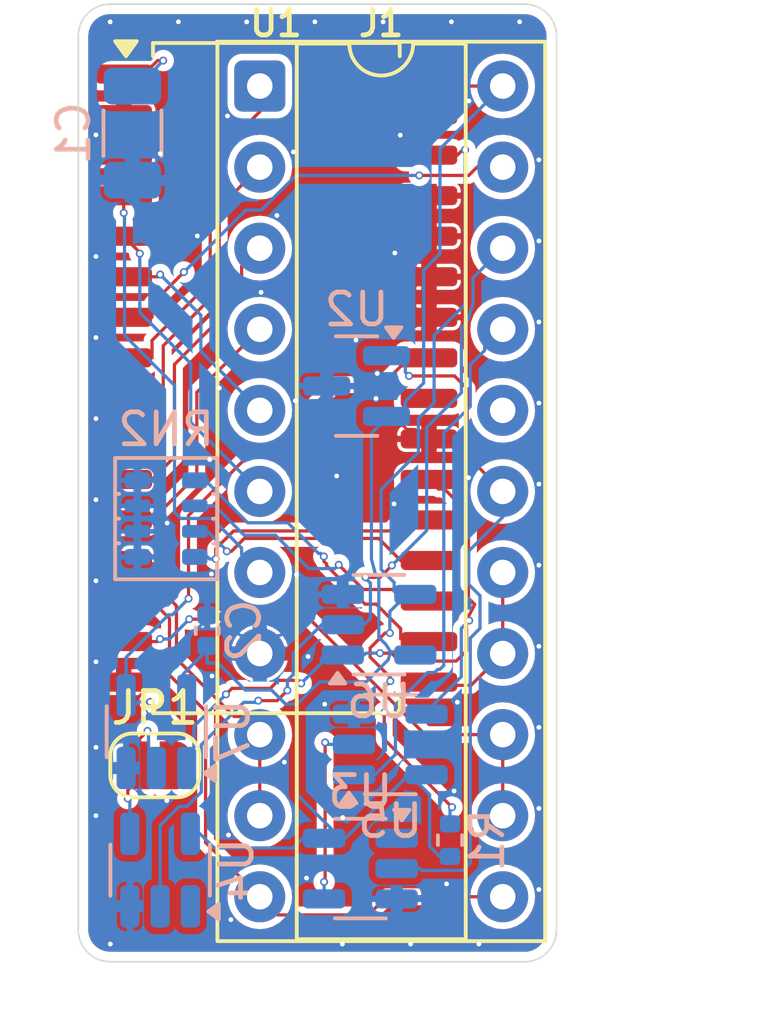
<source format=kicad_pcb>

(kicad_pcb 
  (version 20241229) 
  (generator "pcbnew") 
  (generator_version "9.0") 
  (general 
    (thickness 1.6) 
    (legacy_teardrops no)
  ) 
  (paper "A4") 
  (layers 
    (0 "F.Cu" signal "Top Layer") 
    (2 "B.Cu" signal "Bottom Layer") 
    (9 "F.Adhes" user "F.Adhesive") 
    (11 "B.Adhes" user "B.Adhesive") 
    (13 "F.Paste" user) 
    (15 "B.Paste" user) 
    (5 "F.SilkS" user "Top Overlay") 
    (7 "B.SilkS" user "Board Layer Stack Bottom Overlay") 
    (1 "F.Mask" user "Top Solder") 
    (3 "B.Mask" user "Board Layer Stack Bottom Solder") 
    (17 "Dwgs.User" user "User.Drawings") 
    (19 "Cmts.User" user "User.Comments") 
    (21 "Eco1.User" user "User.Eco1") 
    (23 "Eco2.User" user "User.Eco2") 
    (25 "Edge.Cuts" user) 
    (27 "Margin" user) 
    (31 "F.CrtYd" user "F.Courtyard") 
    (29 "B.CrtYd" user "B.Courtyard") 
    (35 "F.Fab" user) 
    (33 "B.Fab" user) 
    (39 "User.1" user) 
    (41 "User.2" user) 
    (43 "User.3" user) 
    (45 "User.4" user)
  ) 
  (setup 
    (pad_to_mask_clearance 0) 
    (allow_soldermask_bridges_in_footprints no) 
    (tenting front back) 
    (pcbplotparams 
      (layerselection 0x00000000_00000000_55555555_5755f5ff) 
      (plot_on_all_layers_selection 0x00000000_00000000_00000000_00000000) 
      (disableapertmacros no) 
      (usegerberextensions no) 
      (usegerberattributes yes) 
      (usegerberadvancedattributes yes) 
      (creategerberjobfile yes) 
      (dashed_line_dash_ratio 12.0) 
      (dashed_line_gap_ratio 3.0) 
      (svgprecision 4) 
      (plotframeref no) 
      (mode 1) 
      (useauxorigin no) 
      (hpglpennumber 1) 
      (hpglpenspeed 20) 
      (hpglpendiameter 15.0) 
      (pdf_front_fp_property_popups yes) 
      (pdf_back_fp_property_popups yes) 
      (pdf_metadata yes) 
      (pdf_single_document no) 
      (dxfpolygonmode yes) 
      (dxfimperialunits yes) 
      (dxfusepcbnewfont yes) 
      (psnegative no) 
      (psa4output no) 
      (plot_black_and_white yes) 
      (sketchpadsonfab no) 
      (plotpadnumbers no) 
      (hidednponfab no) 
      (sketchdnponfab yes) 
      (crossoutdnponfab yes) 
      (subtractmaskfromsilk no) 
      (outputformat 1) 
      (mirror no) 
      (drillshape 1) 
      (scaleselection 1) 
      (outputdirectory "")
    ) 
    (stackup 
      (layer "F.SilkS" 
        (type "Top Silk Screen")
      ) 
      (layer "F.Paste" 
        (type "Top Solder Paste")
      ) 
      (layer "F.Mask" 
        (type "Top Solder Mask") 
        (color "#FF008000") 
        (thickness 0.0254) 
        (material "SM-001") 
        (epsilon_r 4.0) 
        (loss_tangent 0.03)
      ) 
      (layer "F.Cu" 
        (type "copper") 
        (thickness 0.035001199999999996)
      ) 
      (layer "Dielectric 1" 
        (type "prepreg") 
        (thickness 1.4599919999999997) 
        (material "FR4-Generic") 
        (epsilon_r 4.5) 
        (loss_tangent 0.02)
      ) 
      (layer "B.Cu" 
        (type "copper") 
        (thickness 0.035001199999999996)
      ) 
      (layer "B.Mask" 
        (type "Bottom Solder Mask") 
        (color "#FF008000") 
        (thickness 0.0254) 
        (material "SM-001") 
        (epsilon_r 4.0) 
        (loss_tangent 0.03)
      ) 
      (layer "B.Paste" 
        (type "Bottom Solder Paste")
      ) 
      (layer "B.SilkS" 
        (type "Bottom Silk Screen")
      ) 
      (copper_finish "Lead-Free") 
      (dielectric_constraints yes)
    ) 
    (solder_mask_min_width 0.1)
  ) 
  (net 0 "") 
  (net 1 "/D0") 
  (net 2 "/A7") 
  (net 3 "/D1") 
  (net 4 "/A1") 
  (net 5 "/A2") 
  (net 6 "/D2") 
  (net 7 "/D3") 
  (net 8 "/A3") 
  (net 9 "/R{slash}W") 
  (net 10 "/OD") 
  (net 11 "/A6") 
  (net 12 "/A4") 
  (net 13 "/A0") 
  (net 14 "/A5") 
  (net 15 "unconnected-(U1-NC-Pad24)") 
  (net 16 "unconnected-(U1-NC-Pad9)") 
  (net 17 "unconnected-(U1-~{HSB}-Pad31)") 
  (net 18 "Net-(U1-VCAP)") 
  (net 19 "GND") 
  (net 20 "+5V") 
  (net 21 "/~{CE_{1}}") 
  (net 22 "/CE_{2}") 
  (net 23 "Net-(JP1-A)") 
  (net 24 "/~{OE}") 
  (net 25 "/~{WE}") 
  (net 26 "Net-(RN2-R2.1)") 
  (net 27 "Net-(RN2-R4.1)") 
  (net 28 "Net-(RN2-R3.1)") 
  (net 29 "Net-(RN2-R1.1)") 
  (net 30 "/~{CE}") 
  (net 31 "Net-(U3-Pad4)") 
  (footprint "PCM_Resistor_SMD_AKL:R_Array_Convex_4x0603" (layer "B.Cu") (at 65.75388704579457 66.11754566989411 180.0)) 
  (footprint "Package_DIP:DIP-22_W7.62mm_Socket" (layer "F.Cu") (at 68.6925 52.565 0.0)) 
  (footprint "Package_SO:SOIC-32_7.518x20.777mm_P1.27mm" (layer "F.Cu") (at 69.2125 61.715 0.0)) 
  (footprint "Package_TO_SOT_SMD:SOT-23-5" (layer "B.Cu") (at 65.56671875 77.12881049902346 90.0)) 
  (footprint "Capacitor_SMD:C_0402_1005Metric" (layer "B.Cu") (at 67.04296875 69.6285603740235 90.0)) 
  (footprint "Package_TO_SOT_SMD:SOT-23-5" (layer "B.Cu") (at 71.84765625 77.08161909082034 180.0)) 
  (footprint "Package_TO_SOT_SMD:SOT-23-5" (layer "B.Cu") (at 65.44953125 72.79272839550787 90.0)) 
  (footprint "Package_TO_SOT_SMD:SOT-23" (layer "B.Cu") (at 71.73046875 61.963927432617275 180.0)) 
  (footprint "Jumper:SolderJumper-2_P1.3mm_Bridged_RoundedPad1.0x1.5mm" (layer "F.Cu") (at 65.40234375 73.84745106933597 0.0)) 
  (footprint "Package_TO_SOT_SMD:SOT-23-5" (layer "B.Cu") (at 72.78515625 73.19149402832035 0.0)) 
  (footprint "Package_TO_SOT_SMD:SOT-23-5" (layer "B.Cu") (at 72.43359375 69.44136896582036 0.0)) 
  (footprint "Resistor_SMD:R_0402_1005Metric" (layer "B.Cu") (at 74.66015625 76.19127923339848 90.0)) 
  (footprint "Capacitor_SMD:C_1206_3216Metric" (layer "B.Cu") (at 64.69921875 54.04210308300792 270.0)) 
  (gr_arc 
    (start 63 51) 
    (mid 63.292893 50.292893) 
    (end 64 50) 
    (stroke 
      (width 0.05) 
      (type default)
    ) 
    (layer "Edge.Cuts") 
    (uuid "056ed8e8-e117-4bd4-89ee-bb40e81e316a")
  ) 
  (gr_arc 
    (start 78 79) 
    (mid 77.707107 79.707107) 
    (end 77 80) 
    (stroke 
      (width 0.05) 
      (type default)
    ) 
    (layer "Edge.Cuts") 
    (uuid "34761677-6265-43b0-b6b6-529a5ebbaecc")
  ) 
  (gr_arc 
    (start 64 80) 
    (mid 63.292893 79.707107) 
    (end 63 79) 
    (stroke 
      (width 0.05) 
      (type default)
    ) 
    (layer "Edge.Cuts") 
    (uuid "5739b042-5739-4f75-b139-b7150b3ad5f5")
  ) 
  (gr_line 
    (start 63 79) 
    (end 63 51) 
    (stroke 
      (width 0.05) 
      (type default)
    ) 
    (layer "Edge.Cuts") 
    (uuid "6aad393a-d15b-4878-9956-feab8884d8ca")
  ) 
  (gr_line 
    (start 78 51) 
    (end 78 79) 
    (stroke 
      (width 0.05) 
      (type default)
    ) 
    (layer "Edge.Cuts") 
    (uuid "87d575fb-2664-46f5-854a-cdb3fc41d436")
  ) 
  (gr_line 
    (start 77 80) 
    (end 64 80) 
    (stroke 
      (width 0.05) 
      (type default)
    ) 
    (layer "Edge.Cuts") 
    (uuid "b83f3d2a-be5f-43bc-a4d8-adcf806d1191")
  ) 
  (gr_line 
    (start 64 50) 
    (end 77 50) 
    (stroke 
      (width 0.05) 
      (type default)
    ) 
    (layer "Edge.Cuts") 
    (uuid "bd839f92-1b0e-49cb-896b-0bc41a3eff23")
  ) 
  (gr_arc 
    (start 77 50) 
    (mid 77.707107 50.292893) 
    (end 78 51) 
    (stroke 
      (width 0.05) 
      (type default)
    ) 
    (layer "Edge.Cuts") 
    (uuid "eedd5cb5-6021-4b9d-b045-761556039efc")
  ) 
  (embedded_fonts no) 
  (segment 
    (start 64.425 52.19) 
    (end 65.313 51.94) 
    (width 0.10170159999999999) 
    (layer "F.Cu") 
    (net 18)
  ) 
  (segment 
    (start 65.313 51.94) 
    (end 65.48662711954961 51.76637288045038) 
    (width 0.10170159999999999) 
    (layer "F.Cu") 
    (net 18)
  ) 
  (segment 
    (start 65.48662711954961 51.76637288045038) 
    (end 65.66428894076246 51.76637288045038) 
    (width 0.10170159999999999) 
    (layer "F.Cu") 
    (net 18)
  ) 
  (segment 
    (start 70.71049815755666 77.49928570820019) 
    (end 70.74216200627882 77.46762185947804) 
    (width 0.10170159999999999) 
    (layer "F.Cu") 
    (net 31)
  ) 
  (segment 
    (start 70.74216200627882 77.46762185947804) 
    (end 70.74216200627882 73.12950461386036) 
    (width 0.10170159999999999) 
    (layer "F.Cu") 
    (net 31)
  ) 
  (segment 
    (start 64.425 68.7) 
    (end 65.313 68.7) 
    (width 0.10170159999999999) 
    (layer "F.Cu") 
    (net 3)
  ) 
  (segment 
    (start 65.313 68.7) 
    (end 65.86191838754551 69.24891838754552) 
    (width 0.10170159999999999) 
    (layer "F.Cu") 
    (net 3)
  ) 
  (segment 
    (start 65.86191838754551 69.24891838754552) 
    (end 65.86191838754551 71.02089785599708) 
    (width 0.10170159999999999) 
    (layer "F.Cu") 
    (net 3)
  ) 
  (segment 
    (start 65.86191838754551 71.02089785599708) 
    (end 66.99245919377276 72.15143866222431) 
    (width 0.10170159999999999) 
    (layer "F.Cu") 
    (net 3)
  ) 
  (segment 
    (start 66.99245919377276 72.15143866222431) 
    (end 66.99245919377276 76.26545919377276) 
    (width 0.10170159999999999) 
    (layer "F.Cu") 
    (net 3)
  ) 
  (segment 
    (start 66.99245919377276 76.26545919377276) 
    (end 68.123 77.396) 
    (width 0.10170159999999999) 
    (layer "F.Cu") 
    (net 3)
  ) 
  (segment 
    (start 68.123 77.396) 
    (end 68.6925 77.965) 
    (width 0.10170159999999999) 
    (layer "F.Cu") 
    (net 3)
  ) 
  (segment 
    (start 66.4576422935969 68.62332032451954) 
    (end 66.4576422935969 68.02436819717707) 
    (width 0.10170159999999999) 
    (layer "F.Cu") 
    (net 24)
  ) 
  (segment 
    (start 66.4576422935969 68.02436819717707) 
    (end 66.4576422935969 66.01947805902181) 
    (width 0.10170159999999999) 
    (layer "F.Cu") 
    (net 24)
  ) 
  (segment 
    (start 66.4576422935969 66.01947805902181) 
    (end 68.48201270860169 63.99510764401704) 
    (width 0.10170159999999999) 
    (layer "F.Cu") 
    (net 24)
  ) 
  (segment 
    (start 68.48201270860169 63.99510764401704) 
    (end 68.9706513474568 63.99510764401704) 
    (width 0.10170159999999999) 
    (layer "F.Cu") 
    (net 24)
  ) 
  (segment 
    (start 68.9706513474568 63.99510764401704) 
    (end 71.04509870099965 61.92066029047419) 
    (width 0.10170159999999999) 
    (layer "F.Cu") 
    (net 24)
  ) 
  (segment 
    (start 71.04509870099965 61.92066029047419) 
    (end 72.5393397095258 61.92066029047419) 
    (width 0.10170159999999999) 
    (layer "F.Cu") 
    (net 24)
  ) 
  (segment 
    (start 72.5393397095258 61.92066029047419) 
    (end 73.112 61.348) 
    (width 0.10170159999999999) 
    (layer "F.Cu") 
    (net 24)
  ) 
  (segment 
    (start 73.112 61.348) 
    (end 74.0 61.08) 
    (width 0.10170159999999999) 
    (layer "F.Cu") 
    (net 24)
  ) 
  (segment 
    (start 68.6925 52.565) 
    (end 68.6925 53.367) 
    (width 0.10170159999999999) 
    (layer "F.Cu") 
    (net 8)
  ) 
  (segment 
    (start 68.6925 53.367) 
    (end 67.13729697857738 54.922203021422625) 
    (width 0.10170159999999999) 
    (layer "F.Cu") 
    (net 8)
  ) 
  (segment 
    (start 67.13729697857738 54.922203021422625) 
    (end 67.13729697857738 58.709719265761365) 
    (width 0.10170159999999999) 
    (layer "F.Cu") 
    (net 8)
  ) 
  (segment 
    (start 67.13729697857738 58.709719265761365) 
    (end 65.313 60.53401624433874) 
    (width 0.10170159999999999) 
    (layer "F.Cu") 
    (net 8)
  ) 
  (segment 
    (start 65.313 60.53401624433874) 
    (end 65.313 61.08) 
    (width 0.10170159999999999) 
    (layer "F.Cu") 
    (net 8)
  ) 
  (segment 
    (start 65.313 61.08) 
    (end 64.425 61.08) 
    (width 0.10170159999999999) 
    (layer "F.Cu") 
    (net 8)
  ) 
  (segment 
    (start 64.425 64.89) 
    (end 65.313 64.89) 
    (width 0.10170159999999999) 
    (layer "F.Cu") 
    (net 4)
  ) 
  (segment 
    (start 65.313 64.89) 
    (end 66.0155 64.1875) 
    (width 0.10170159999999999) 
    (layer "F.Cu") 
    (net 4)
  ) 
  (segment 
    (start 66.0155 64.1875) 
    (end 66.0155 61.288) 
    (width 0.10170159999999999) 
    (layer "F.Cu") 
    (net 4)
  ) 
  (segment 
    (start 66.0155 61.288) 
    (end 68.123 59.1805) 
    (width 0.10170159999999999) 
    (layer "F.Cu") 
    (net 4)
  ) 
  (segment 
    (start 68.123 59.1805) 
    (end 68.123 58.214) 
    (width 0.10170159999999999) 
    (layer "F.Cu") 
    (net 4)
  ) 
  (segment 
    (start 68.123 58.214) 
    (end 68.6925 57.645) 
    (width 0.10170159999999999) 
    (layer "F.Cu") 
    (net 4)
  ) 
  (segment 
    (start 68.6925 55.105) 
    (end 68.123 55.674) 
    (width 0.10170159999999999) 
    (layer "F.Cu") 
    (net 5)
  ) 
  (segment 
    (start 68.123 55.674) 
    (end 67.4205 56.3765) 
    (width 0.10170159999999999) 
    (layer "F.Cu") 
    (net 5)
  ) 
  (segment 
    (start 67.4205 56.3765) 
    (end 67.4205 58.9445) 
    (width 0.10170159999999999) 
    (layer "F.Cu") 
    (net 5)
  ) 
  (segment 
    (start 67.4205 58.9445) 
    (end 65.66425 60.70075) 
    (width 0.10170159999999999) 
    (layer "F.Cu") 
    (net 5)
  ) 
  (segment 
    (start 65.66425 60.70075) 
    (end 65.66425 62.62675) 
    (width 0.10170159999999999) 
    (layer "F.Cu") 
    (net 5)
  ) 
  (segment 
    (start 65.66425 62.62675) 
    (end 65.313 62.978) 
    (width 0.10170159999999999) 
    (layer "F.Cu") 
    (net 5)
  ) 
  (segment 
    (start 65.313 62.978) 
    (end 65.313 63.62) 
    (width 0.10170159999999999) 
    (layer "F.Cu") 
    (net 5)
  ) 
  (segment 
    (start 65.313 63.62) 
    (end 64.425 63.62) 
    (width 0.10170159999999999) 
    (layer "F.Cu") 
    (net 5)
  ) 
  (segment 
    (start 68.6925 60.185) 
    (end 68.123 60.754) 
    (width 0.10170159999999999) 
    (layer "F.Cu") 
    (net 13)
  ) 
  (segment 
    (start 68.123 60.754) 
    (end 66.718 62.159) 
    (width 0.10170159999999999) 
    (layer "F.Cu") 
    (net 13)
  ) 
  (segment 
    (start 66.718 62.159) 
    (end 66.718 64.755) 
    (width 0.10170159999999999) 
    (layer "F.Cu") 
    (net 13)
  ) 
  (segment 
    (start 66.718 64.755) 
    (end 65.313 66.16) 
    (width 0.10170159999999999) 
    (layer "F.Cu") 
    (net 13)
  ) 
  (segment 
    (start 65.313 66.16) 
    (end 64.425 66.16) 
    (width 0.10170159999999999) 
    (layer "F.Cu") 
    (net 13)
  ) 
  (segment 
    (start 67.6315186782844 71.62344950034907) 
    (end 67.82039357863347 71.43457459999999) 
    (width 0.10170159999999999) 
    (layer "F.Cu") 
    (net 30)
  ) 
  (segment 
    (start 67.82039357863347 71.43457459999999) 
    (end 69.026 71.43457459999999) 
    (width 0.10170159999999999) 
    (layer "F.Cu") 
    (net 30)
  ) 
  (segment 
    (start 69.026 71.43457459999999) 
    (end 69.2767674471845 71.1838071528155) 
    (width 0.10170159999999999) 
    (layer "F.Cu") 
    (net 30)
  ) 
  (segment 
    (start 69.2767674471845 71.1838071528155) 
    (end 69.89481304621995 71.1838071528155) 
    (width 0.10170159999999999) 
    (layer "F.Cu") 
    (net 30)
  ) 
  (segment 
    (start 69.89481304621995 71.1838071528155) 
    (end 69.99094583616586 71.27993994276142) 
    (width 0.10170159999999999) 
    (layer "F.Cu") 
    (net 30)
  ) 
  (segment 
    (start 68.6925 72.885) 
    (end 68.123 72.316) 
    (width 0.10170159999999999) 
    (layer "F.Cu") 
    (net 1)
  ) 
  (segment 
    (start 68.123 72.316) 
    (end 67.88861350308392 72.316) 
    (width 0.10170159999999999) 
    (layer "F.Cu") 
    (net 1)
  ) 
  (segment 
    (start 67.88861350308392 72.316) 
    (end 66.07841605950468 70.50580255642075) 
    (width 0.10170159999999999) 
    (layer "F.Cu") 
    (net 1)
  ) 
  (segment 
    (start 66.07841605950468 70.50580255642075) 
    (end 66.07841605950468 68.84826268373367) 
    (width 0.10170159999999999) 
    (layer "F.Cu") 
    (net 1)
  ) 
  (segment 
    (start 66.07841605950468 68.84826268373367) 
    (end 65.313 68.082846624229) 
    (width 0.10170159999999999) 
    (layer "F.Cu") 
    (net 1)
  ) 
  (segment 
    (start 65.313 68.082846624229) 
    (end 65.313 67.53033333333333) 
    (width 0.10170159999999999) 
    (layer "F.Cu") 
    (net 1)
  ) 
  (segment 
    (start 65.313 67.53033333333333) 
    (end 64.425 67.43) 
    (width 0.10170159999999999) 
    (layer "F.Cu") 
    (net 1)
  ) 
  (segment 
    (start 68.6465092575194 71.82107026130886) 
    (end 69.2386522447837 71.82107026130886) 
    (width 0.10170159999999999) 
    (layer "F.Cu") 
    (net 9)
  ) 
  (segment 
    (start 69.2386522447837 71.82107026130886) 
    (end 69.55954522229632 71.50017728379623) 
    (width 0.10170159999999999) 
    (layer "F.Cu") 
    (net 9)
  ) 
  (segment 
    (start 68.6925 72.885) 
    (end 68.6925 73.69) 
    (width 0.10170159999999999) 
    (layer "F.Cu") 
    (net 1)
  ) 
  (segment 
    (start 68.6925 73.69) 
    (end 68.6925 74.62) 
    (width 0.10170159999999999) 
    (layer "F.Cu") 
    (net 1)
  ) 
  (segment 
    (start 68.6925 74.62) 
    (end 68.6925 75.425) 
    (width 0.10170159999999999) 
    (layer "F.Cu") 
    (net 1)
  ) 
  (segment 
    (start 76.3125 75.425) 
    (end 76.3125 74.62) 
    (width 0.10170159999999999) 
    (layer "F.Cu") 
    (net 6)
  ) 
  (segment 
    (start 76.3125 74.62) 
    (end 76.3125 73.69) 
    (width 0.10170159999999999) 
    (layer "F.Cu") 
    (net 6)
  ) 
  (segment 
    (start 76.3125 73.69) 
    (end 76.3125 72.885) 
    (width 0.10170159999999999) 
    (layer "F.Cu") 
    (net 6)
  ) 
  (segment 
    (start 76.3125 70.345) 
    (end 75.743 70.914) 
    (width 0.10170159999999999) 
    (layer "F.Cu") 
    (net 7)
  ) 
  (segment 
    (start 75.743 70.914) 
    (end 75.31666666666668 71.34033333333333) 
    (width 0.10170159999999999) 
    (layer "F.Cu") 
    (net 7)
  ) 
  (segment 
    (start 75.31666666666668 71.34033333333333) 
    (end 74.888 71.34033333333333) 
    (width 0.10170159999999999) 
    (layer "F.Cu") 
    (net 7)
  ) 
  (segment 
    (start 74.888 71.34033333333333) 
    (end 74.0 71.24) 
    (width 0.10170159999999999) 
    (layer "F.Cu") 
    (net 7)
  ) 
  (segment 
    (start 76.3125 70.345) 
    (end 76.3125 69.54) 
    (width 0.10170159999999999) 
    (layer "F.Cu") 
    (net 7)
  ) 
  (segment 
    (start 76.3125 69.54) 
    (end 76.3125 68.61) 
    (width 0.10170159999999999) 
    (layer "F.Cu") 
    (net 7)
  ) 
  (segment 
    (start 76.3125 68.61) 
    (end 76.3125 67.805) 
    (width 0.10170159999999999) 
    (layer "F.Cu") 
    (net 7)
  ) 
  (segment 
    (start 76.3125 72.885) 
    (end 73.87837979691544 72.885) 
    (width 0.10170159999999999) 
    (layer "F.Cu") 
    (net 6)
  ) 
  (segment 
    (start 73.87837979691544 72.885) 
    (end 70.26215701726655 69.26877722035111) 
    (width 0.10170159999999999) 
    (layer "F.Cu") 
    (net 6)
  ) 
  (segment 
    (start 70.26215701726655 69.26877722035111) 
    (end 67.10153994834364 69.26877722035111) 
    (width 0.10170159999999999) 
    (layer "F.Cu") 
    (net 6)
  ) 
  (segment 
    (start 67.10153994834364 69.26877722035111) 
    (end 66.48060357878275 69.26877722035111) 
    (width 0.10170159999999999) 
    (layer "F.Cu") 
    (net 6)
  ) 
  (segment 
    (start 65.17112895468415 72.7694406142628) 
    (end 64.92033333333333 73.02023623561361) 
    (width 0.10170159999999999) 
    (layer "F.Cu") 
    (net 23)
  ) 
  (segment 
    (start 64.92033333333333 73.02023623561361) 
    (end 64.92033333333333 73.094) 
    (width 0.10170159999999999) 
    (layer "F.Cu") 
    (net 23)
  ) 
  (segment 
    (start 64.92033333333333 73.094) 
    (end 64.7525 73.8475) 
    (width 0.10170159999999999) 
    (layer "F.Cu") 
    (net 23)
  ) 
  (segment 
    (start 65.25431371067593 71.8595194138308) 
    (end 65.65340685533796 72.25861255849284) 
    (width 0.10170159999999999) 
    (layer "F.Cu") 
    (net 24)
  ) 
  (segment 
    (start 65.65340685533796 72.25861255849284) 
    (end 66.0525 72.65770570315487) 
    (width 0.10170159999999999) 
    (layer "F.Cu") 
    (net 24)
  ) 
  (segment 
    (start 66.0525 72.65770570315487) 
    (end 66.0525 73.8475) 
    (width 0.10170159999999999) 
    (layer "F.Cu") 
    (net 24)
  ) 
  (segment 
    (start 74.0 54.73) 
    (end 74.888 54.73) 
    (width 0.10170159999999999) 
    (layer "F.Cu") 
    (net 25)
  ) 
  (segment 
    (start 74.888 54.73) 
    (end 75.05465461235586 54.56334538764414) 
    (width 0.10170159999999999) 
    (layer "F.Cu") 
    (net 25)
  ) 
  (segment 
    (start 75.05465461235586 54.56334538764414) 
    (end 75.13044838178345 54.56334538764414) 
    (width 0.10170159999999999) 
    (layer "F.Cu") 
    (net 25)
  ) 
  (segment 
    (start 76.3125 55.105) 
    (end 75.507 55.105) 
    (width 0.10170159999999999) 
    (layer "F.Cu") 
    (net 12)
  ) 
  (segment 
    (start 75.507 55.105) 
    (end 75.247 55.365) 
    (width 0.10170159999999999) 
    (layer "F.Cu") 
    (net 12)
  ) 
  (segment 
    (start 75.247 55.365) 
    (end 74.0828125 55.365) 
    (width 0.10170159999999999) 
    (layer "F.Cu") 
    (net 12)
  ) 
  (segment 
    (start 74.0828125 55.365) 
    (end 73.69475 55.365) 
    (width 0.10170159999999999) 
    (layer "F.Cu") 
    (net 12)
  ) 
  (segment 
    (start 74.0 52.19) 
    (end 74.888 52.19) 
    (width 0.10170159999999999) 
    (layer "F.Cu") 
    (net 20)
  ) 
  (segment 
    (start 74.888 52.19) 
    (end 75.263 52.565) 
    (width 0.10170159999999999) 
    (layer "F.Cu") 
    (net 20)
  ) 
  (segment 
    (start 75.263 52.565) 
    (end 75.507 52.565) 
    (width 0.10170159999999999) 
    (layer "F.Cu") 
    (net 20)
  ) 
  (segment 
    (start 75.507 52.565) 
    (end 76.3125 52.565) 
    (width 0.10170159999999999) 
    (layer "F.Cu") 
    (net 20)
  ) 
  (segment 
    (start 64.42499976505604 56.53950218651697) 
    (end 64.425 56.301) 
    (width 0.10170159999999999) 
    (layer "F.Cu") 
    (net 2)
  ) 
  (segment 
    (start 64.425 56.301) 
    (end 64.425 56.0) 
    (width 0.10170159999999999) 
    (layer "F.Cu") 
    (net 2)
  ) 
  (segment 
    (start 64.425 57.27) 
    (end 64.721 57.571) 
    (width 0.10170159999999999) 
    (layer "F.Cu") 
    (net 11)
  ) 
  (segment 
    (start 64.721 57.571) 
    (end 64.9296324299664 57.7796324299664) 
    (width 0.10170159999999999) 
    (layer "F.Cu") 
    (net 11)
  ) 
  (segment 
    (start 64.9296324299664 57.7796324299664) 
    (end 64.9296324299664 57.814324729216494) 
    (width 0.10170159999999999) 
    (layer "F.Cu") 
    (net 11)
  ) 
  (segment 
    (start 66.31275097896844 58.39300700770437) 
    (end 66.06281323422634 58.642944752446475) 
    (width 0.10170159999999999) 
    (layer "F.Cu") 
    (net 12)
  ) 
  (segment 
    (start 66.06281323422634 58.642944752446475) 
    (end 65.313 59.39275798667281) 
    (width 0.10170159999999999) 
    (layer "F.Cu") 
    (net 12)
  ) 
  (segment 
    (start 65.313 59.39275798667281) 
    (end 65.313 59.81) 
    (width 0.10170159999999999) 
    (layer "F.Cu") 
    (net 12)
  ) 
  (segment 
    (start 65.313 59.81) 
    (end 64.425 59.81) 
    (width 0.10170159999999999) 
    (layer "F.Cu") 
    (net 12)
  ) 
  (segment 
    (start 65.5690079774658 58.47008293816162) 
    (end 65.49909091562743 58.54) 
    (width 0.10170159999999999) 
    (layer "F.Cu") 
    (net 14)
  ) 
  (segment 
    (start 65.49909091562743 58.54) 
    (end 64.425 58.54) 
    (width 0.10170159999999999) 
    (layer "F.Cu") 
    (net 14)
  ) 
  (segment 
    (start 72.77251569944993 69.70304408346006) 
    (end 72.62048379236519 69.70304408346006) 
    (width 0.10170159999999999) 
    (layer "F.Cu") 
    (net 25)
  ) 
  (segment 
    (start 72.62048379236519 69.70304408346006) 
    (end 72.15344440683995 70.17008346898531) 
    (width 0.10170159999999999) 
    (layer "F.Cu") 
    (net 25)
  ) 
  (segment 
    (start 72.15344440683995 70.17008346898531) 
    (end 72.15344440683995 70.45677707679143) 
    (width 0.10170159999999999) 
    (layer "F.Cu") 
    (net 25)
  ) 
  (segment 
    (start 72.15344440683995 70.45677707679143) 
    (end 72.78784281103432 71.0911754809858) 
    (width 0.10170159999999999) 
    (layer "F.Cu") 
    (net 25)
  ) 
  (segment 
    (start 72.78784281103432 71.0911754809858) 
    (end 72.78784281103432 71.20829553188149) 
    (width 0.10170159999999999) 
    (layer "F.Cu") 
    (net 25)
  ) 
  (segment 
    (start 74.0 69.97) 
    (end 73.112 69.8795) 
    (width 0.10170159999999999) 
    (layer "F.Cu") 
    (net 29)
  ) 
  (segment 
    (start 73.112 69.8795) 
    (end 73.112 69.56371221479863) 
    (width 0.10170159999999999) 
    (layer "F.Cu") 
    (net 29)
  ) 
  (segment 
    (start 73.112 69.56371221479863) 
    (end 72.34459326423418 68.7963054790328) 
    (width 0.10170159999999999) 
    (layer "F.Cu") 
    (net 29)
  ) 
  (segment 
    (start 72.34459326423418 68.7963054790328) 
    (end 71.99397042394907 68.7963054790328) 
    (width 0.10170159999999999) 
    (layer "F.Cu") 
    (net 29)
  ) 
  (segment 
    (start 71.99397042394907 68.7963054790328) 
    (end 70.78855832667911 67.59089338176284) 
    (width 0.10170159999999999) 
    (layer "F.Cu") 
    (net 29)
  ) 
  (segment 
    (start 70.78855832667911 67.59089338176284) 
    (end 70.78855832667911 67.53912743209395) 
    (width 0.10170159999999999) 
    (layer "F.Cu") 
    (net 29)
  ) 
  (segment 
    (start 70.78855832667911 67.53912743209395) 
    (end 70.70207646789879 67.45264557331365) 
    (width 0.10170159999999999) 
    (layer "F.Cu") 
    (net 29)
  ) 
  (segment 
    (start 70.70207646789879 67.45264557331365) 
    (end 70.70207646789879 67.30338706237238) 
    (width 0.10170159999999999) 
    (layer "F.Cu") 
    (net 29)
  ) 
  (segment 
    (start 75.16496045529962 69.31509000060343) 
    (end 75.16940772984671 69.31064272605633) 
    (width 0.10170159999999999) 
    (layer "F.Cu") 
    (net 30)
  ) 
  (segment 
    (start 75.16940772984671 69.31064272605633) 
    (end 75.26094397524325 69.31064272605633) 
    (width 0.10170159999999999) 
    (layer "F.Cu") 
    (net 30)
  ) 
  (segment 
    (start 75.16496045529962 69.31509000060343) 
    (end 75.17915177137128 69.58226797495145) 
    (width 0.10170159999999999) 
    (layer "F.Cu") 
    (net 30)
  ) 
  (segment 
    (start 75.17915177137128 69.58226797495145) 
    (end 75.17915177137128 70.25422431985656) 
    (width 0.10170159999999999) 
    (layer "F.Cu") 
    (net 30)
  ) 
  (segment 
    (start 75.17915177137128 70.25422431985656) 
    (end 74.85320807287908 70.58016801834874) 
    (width 0.10170159999999999) 
    (layer "F.Cu") 
    (net 30)
  ) 
  (segment 
    (start 74.85320807287908 70.58016801834874) 
    (end 73.07453036592234 70.58016801834874) 
    (width 0.10170159999999999) 
    (layer "F.Cu") 
    (net 30)
  ) 
  (segment 
    (start 73.07453036592234 70.58016801834874) 
    (end 72.82689338246341 70.33253103488983) 
    (width 0.10170159999999999) 
    (layer "F.Cu") 
    (net 30)
  ) 
  (segment 
    (start 72.82689338246341 70.33253103488983) 
    (end 72.46302075628368 70.33253103488983) 
    (width 0.10170159999999999) 
    (layer "F.Cu") 
    (net 30)
  ) 
  (segment 
    (start 75.16496045529962 69.31509000060343) 
    (end 75.29946844459934 69.06786280692278) 
    (width 0.10170159999999999) 
    (layer "F.Cu") 
    (net 30)
  ) 
  (segment 
    (start 75.29946844459934 69.06786280692278) 
    (end 75.4335 68.8055) 
    (width 0.10170159999999999) 
    (layer "F.Cu") 
    (net 30)
  ) 
  (segment 
    (start 75.4335 68.8055) 
    (end 75.23807604953603 68.61007604953603) 
    (width 0.10170159999999999) 
    (layer "F.Cu") 
    (net 30)
  ) 
  (segment 
    (start 75.23807604953603 68.61007604953603) 
    (end 75.23807604953603 65.94520725302475) 
    (width 0.10170159999999999) 
    (layer "F.Cu") 
    (net 30)
  ) 
  (segment 
    (start 75.23807604953603 65.94520725302475) 
    (end 74.48386879651127 65.191) 
    (width 0.10170159999999999) 
    (layer "F.Cu") 
    (net 30)
  ) 
  (segment 
    (start 74.48386879651127 65.191) 
    (end 74.296 65.191) 
    (width 0.10170159999999999) 
    (layer "F.Cu") 
    (net 30)
  ) 
  (segment 
    (start 74.296 65.191) 
    (end 74.0 64.89) 
    (width 0.10170159999999999) 
    (layer "F.Cu") 
    (net 30)
  ) 
  (segment 
    (start 76.3125 65.265) 
    (end 75.1975 64.1505) 
    (width 0.10170159999999999) 
    (layer "F.Cu") 
    (net 22)
  ) 
  (segment 
    (start 75.1975 64.1505) 
    (end 75.1975 62.04515420376629) 
    (width 0.10170159999999999) 
    (layer "F.Cu") 
    (net 22)
  ) 
  (segment 
    (start 75.1975 62.04515420376629) 
    (end 74.7993085803474 61.64696278411368) 
    (width 0.10170159999999999) 
    (layer "F.Cu") 
    (net 22)
  ) 
  (segment 
    (start 74.7993085803474 61.64696278411368) 
    (end 73.73341326469743 61.64696278411368) 
    (width 0.10170159999999999) 
    (layer "F.Cu") 
    (net 22)
  ) 
  (segment 
    (start 73.73341326469743 61.64696278411368) 
    (end 73.37315719494902 61.64696278411368) 
    (width 0.10170159999999999) 
    (layer "F.Cu") 
    (net 22)
  ) 
  (segment 
    (start 74.72252468270213 75.15793676515055) 
    (end 72.59725378226014 73.03266586470856) 
    (width 0.10170159999999999) 
    (layer "F.Cu") 
    (net 25)
  ) 
  (segment 
    (start 72.59725378226014 73.03266586470856) 
    (end 72.59725378226014 72.19117909953292) 
    (width 0.10170159999999999) 
    (layer "F.Cu") 
    (net 25)
  ) 
  (segment 
    (start 68.6925 77.965) 
    (end 69.262 78.534) 
    (width 0.10170159999999999) 
    (layer "F.Cu") 
    (net 3)
  ) 
  (segment 
    (start 69.262 78.534) 
    (end 72.1 78.534) 
    (width 0.10170159999999999) 
    (layer "F.Cu") 
    (net 3)
  ) 
  (segment 
    (start 72.1 78.534) 
    (end 72.669 77.965) 
    (width 0.10170159999999999) 
    (layer "F.Cu") 
    (net 3)
  ) 
  (segment 
    (start 72.669 77.965) 
    (end 75.507 77.965) 
    (width 0.10170159999999999) 
    (layer "F.Cu") 
    (net 3)
  ) 
  (segment 
    (start 75.507 77.965) 
    (end 76.3125 77.965) 
    (width 0.10170159999999999) 
    (layer "F.Cu") 
    (net 3)
  ) 
  (segment 
    (start 71.16810246580766 67.5643422679755) 
    (end 71.55496444131991 67.95120424348775) 
    (width 0.10170159999999999) 
    (layer "F.Cu") 
    (net 26)
  ) 
  (segment 
    (start 71.55496444131991 67.95120424348775) 
    (end 71.94182641683216 68.338066219) 
    (width 0.10170159999999999) 
    (layer "F.Cu") 
    (net 26)
  ) 
  (segment 
    (start 71.94182641683216 68.338066219) 
    (end 72.854566219 68.338066219) 
    (width 0.10170159999999999) 
    (layer "F.Cu") 
    (net 26)
  ) 
  (segment 
    (start 72.854566219 68.338066219) 
    (end 73.112 68.5955) 
    (width 0.10170159999999999) 
    (layer "F.Cu") 
    (net 26)
  ) 
  (segment 
    (start 73.112 68.5955) 
    (end 74.0 68.7) 
    (width 0.10170159999999999) 
    (layer "F.Cu") 
    (net 26)
  ) 
  (segment 
    (start 72.83714767459126 67.5840723952992) 
    (end 72.46414197815447 67.957078091736) 
    (width 0.10170159999999999) 
    (layer "F.Cu") 
    (net 9)
  ) 
  (segment 
    (start 72.46414197815447 67.957078091736) 
    (end 72.00923613239736 67.957078091736) 
    (width 0.10170159999999999) 
    (layer "F.Cu") 
    (net 9)
  ) 
  (segment 
    (start 74.0 66.16) 
    (end 73.112 66.16) 
    (width 0.10170159999999999) 
    (layer "F.Cu") 
    (net 27)
  ) 
  (segment 
    (start 73.112 66.16) 
    (end 72.7680187748106 66.5039812251894) 
    (width 0.10170159999999999) 
    (layer "F.Cu") 
    (net 27)
  ) 
  (segment 
    (start 72.7680187748106 66.5039812251894) 
    (end 67.86962863214052 66.5039812251894) 
    (width 0.10170159999999999) 
    (layer "F.Cu") 
    (net 27)
  ) 
  (segment 
    (start 67.86962863214052 66.5039812251894) 
    (end 67.3102952668927 67.06331459043723) 
    (width 0.10170159999999999) 
    (layer "F.Cu") 
    (net 27)
  ) 
  (segment 
    (start 67.3102952668927 67.06331459043723) 
    (end 67.3102952668927 67.38382036511987) 
    (width 0.10170159999999999) 
    (layer "F.Cu") 
    (net 27)
  ) 
  (segment 
    (start 74.0 67.43) 
    (end 73.112 67.43) 
    (width 0.10170159999999999) 
    (layer "F.Cu") 
    (net 28)
  ) 
  (segment 
    (start 73.112 67.43) 
    (end 72.42083499924682 66.73883499924683) 
    (width 0.10170159999999999) 
    (layer "F.Cu") 
    (net 28)
  ) 
  (segment 
    (start 72.42083499924682 66.73883499924683) 
    (end 68.20702228130602 66.73883499924683) 
    (width 0.10170159999999999) 
    (layer "F.Cu") 
    (net 28)
  ) 
  (segment 
    (start 68.20702228130602 66.73883499924683) 
    (end 67.80373615854465 67.1421211220082) 
    (width 0.10170159999999999) 
    (layer "F.Cu") 
    (net 28)
  ) 
  (segment 
    (start 67.80373615854465 67.1421211220082) 
    (end 67.65802562317121 67.1421211220082) 
    (width 0.10170159999999999) 
    (layer "F.Cu") 
    (net 28)
  ) 
  (segment 
    (start 65.56345098848634 69.88895844656284) 
    (end 65.48240943504918 69.97) 
    (width 0.10170159999999999) 
    (layer "F.Cu") 
    (net 6)
  ) 
  (segment 
    (start 65.48240943504918 69.97) 
    (end 64.425 69.97) 
    (width 0.10170159999999999) 
    (layer "F.Cu") 
    (net 6)
  ) 
  (segment 
    (start 64.7525 73.8475) 
    (end 64.58466666666666 74.601) 
    (width 0.10170159999999999) 
    (layer "F.Cu") 
    (net 23)
  ) 
  (segment 
    (start 64.58466666666666 74.601) 
    (end 64.5533660271782 74.63230063948848) 
    (width 0.10170159999999999) 
    (layer "F.Cu") 
    (net 23)
  ) 
  (segment 
    (start 64.5533660271782 74.63230063948848) 
    (end 64.5533660271782 74.88615753875219) 
    (width 0.10170159999999999) 
    (layer "F.Cu") 
    (net 23)
  ) 
  (segment 
    (start 65.66428894076246 51.76637288045038) 
    (end 65.457 51.97366182121284) 
    (width 0.10170159999999999) 
    (layer "B.Cu") 
    (net 18)
  ) 
  (segment 
    (start 65.457 51.97366182121284) 
    (end 65.457 51.991) 
    (width 0.10170159999999999) 
    (layer "B.Cu") 
    (net 18)
  ) 
  (segment 
    (start 65.457 51.991) 
    (end 64.6995 52.5675) 
    (width 0.10170159999999999) 
    (layer "B.Cu") 
    (net 18)
  ) 
  (segment 
    (start 70.7105 78.032) 
    (end 70.7105 77.731) 
    (width 0.10170159999999999) 
    (layer "B.Cu") 
    (net 31)
  ) 
  (segment 
    (start 70.7105 77.731) 
    (end 70.71049815755666 77.73099815755667) 
    (width 0.10170159999999999) 
    (layer "B.Cu") 
    (net 31)
  ) 
  (segment 
    (start 70.71049815755666 77.73099815755667) 
    (end 70.71049815755666 77.49928570820019) 
    (width 0.10170159999999999) 
    (layer "B.Cu") 
    (net 31)
  ) 
  (segment 
    (start 66.4576422935969 68.62332032451954) 
    (end 66.20345824178187 68.87750437633456) 
    (width 0.10170159999999999) 
    (layer "B.Cu") 
    (net 24)
  ) 
  (segment 
    (start 66.20345824178187 68.87750437633456) 
    (end 65.94927418996684 69.13168842814959) 
    (width 0.10170159999999999) 
    (layer "B.Cu") 
    (net 24)
  ) 
  (segment 
    (start 65.94927418996684 69.13168842814959) 
    (end 65.83049945537942 69.13168842814959) 
    (width 0.10170159999999999) 
    (layer "B.Cu") 
    (net 24)
  ) 
  (segment 
    (start 65.83049945537942 69.13168842814959) 
    (end 64.4995 70.46268788352901) 
    (width 0.10170159999999999) 
    (layer "B.Cu") 
    (net 24)
  ) 
  (segment 
    (start 64.4995 70.46268788352901) 
    (end 64.4995 71.6555) 
    (width 0.10170159999999999) 
    (layer "B.Cu") 
    (net 24)
  ) 
  (segment 
    (start 66.517 75.9915) 
    (end 66.818 75.9915) 
    (width 0.10170159999999999) 
    (layer "B.Cu") 
    (net 20)
  ) 
  (segment 
    (start 66.818 75.9915) 
    (end 67.26181230694976 76.43531230694977) 
    (width 0.10170159999999999) 
    (layer "B.Cu") 
    (net 20)
  ) 
  (segment 
    (start 67.26181230694976 76.43531230694977) 
    (end 69.74368769305023 76.43531230694977) 
    (width 0.10170159999999999) 
    (layer "B.Cu") 
    (net 20)
  ) 
  (segment 
    (start 69.74368769305023 76.43531230694977) 
    (end 70.047 76.132) 
    (width 0.10170159999999999) 
    (layer "B.Cu") 
    (net 20)
  ) 
  (segment 
    (start 70.047 76.132) 
    (end 70.7105 76.132) 
    (width 0.10170159999999999) 
    (layer "B.Cu") 
    (net 20)
  ) 
  (segment 
    (start 70.7105 76.132) 
    (end 71.374 76.132) 
    (width 0.10170159999999999) 
    (layer "B.Cu") 
    (net 20)
  ) 
  (segment 
    (start 71.374 76.132) 
    (end 73.259 74.247) 
    (width 0.10170159999999999) 
    (layer "B.Cu") 
    (net 20)
  ) 
  (segment 
    (start 73.259 74.247) 
    (end 73.259 74.1415) 
    (width 0.10170159999999999) 
    (layer "B.Cu") 
    (net 20)
  ) 
  (segment 
    (start 73.259 74.1415) 
    (end 73.9225 74.1415) 
    (width 0.10170159999999999) 
    (layer "B.Cu") 
    (net 20)
  ) 
  (segment 
    (start 71.6475 74.1415) 
    (end 72.311 74.1415) 
    (width 0.10170159999999999) 
    (layer "B.Cu") 
    (net 21)
  ) 
  (segment 
    (start 72.311 74.1415) 
    (end 72.94815682423749 73.50434317576251) 
    (width 0.10170159999999999) 
    (layer "B.Cu") 
    (net 21)
  ) 
  (segment 
    (start 72.94815682423749 73.50434317576251) 
    (end 72.94815682423749 71.9455447878034) 
    (width 0.10170159999999999) 
    (layer "B.Cu") 
    (net 21)
  ) 
  (segment 
    (start 72.94815682423749 71.9455447878034) 
    (end 73.95470161204089 70.939) 
    (width 0.10170159999999999) 
    (layer "B.Cu") 
    (net 21)
  ) 
  (segment 
    (start 73.95470161204089 70.939) 
    (end 74.17571032719135 70.939) 
    (width 0.10170159999999999) 
    (layer "B.Cu") 
    (net 21)
  ) 
  (segment 
    (start 74.17571032719135 70.939) 
    (end 74.27065141956317 70.8440589076282) 
    (width 0.10170159999999999) 
    (layer "B.Cu") 
    (net 21)
  ) 
  (segment 
    (start 74.27065141956317 70.8440589076282) 
    (end 74.33656201374218 70.8440589076282) 
    (width 0.10170159999999999) 
    (layer "B.Cu") 
    (net 21)
  ) 
  (segment 
    (start 74.33656201374218 70.8440589076282) 
    (end 74.46482560508736 70.715795316283) 
    (width 0.10170159999999999) 
    (layer "B.Cu") 
    (net 21)
  ) 
  (segment 
    (start 74.46482560508736 70.715795316283) 
    (end 74.46482560508736 63.43568618122255) 
    (width 0.10170159999999999) 
    (layer "B.Cu") 
    (net 21)
  ) 
  (segment 
    (start 74.46482560508736 63.43568618122255) 
    (end 75.29432828760366 62.60618349870624) 
    (width 0.10170159999999999) 
    (layer "B.Cu") 
    (net 21)
  ) 
  (segment 
    (start 75.29432828760366 62.60618349870624) 
    (end 75.29432828760366 61.29930723318465) 
    (width 0.10170159999999999) 
    (layer "B.Cu") 
    (net 21)
  ) 
  (segment 
    (start 75.29432828760366 61.29930723318465) 
    (end 75.743 60.850635520788316) 
    (width 0.10170159999999999) 
    (layer "B.Cu") 
    (net 21)
  ) 
  (segment 
    (start 75.743 60.850635520788316) 
    (end 75.743 60.754) 
    (width 0.10170159999999999) 
    (layer "B.Cu") 
    (net 21)
  ) 
  (segment 
    (start 75.743 60.754) 
    (end 76.3125 60.185) 
    (width 0.10170159999999999) 
    (layer "B.Cu") 
    (net 21)
  ) 
  (segment 
    (start 68.6925 62.725) 
    (end 66.8460039887329 60.879003988732904) 
    (width 0.10170159999999999) 
    (layer "B.Cu") 
    (net 14)
  ) 
  (segment 
    (start 66.8460039887329 60.879003988732904) 
    (end 66.8460039887329 59.74707894942872) 
    (width 0.10170159999999999) 
    (layer "B.Cu") 
    (net 14)
  ) 
  (segment 
    (start 66.8460039887329 59.74707894942872) 
    (end 65.88825698028258 58.78933194097839) 
    (width 0.10170159999999999) 
    (layer "B.Cu") 
    (net 14)
  ) 
  (segment 
    (start 65.88825698028258 58.78933194097839) 
    (end 65.5690079774658 58.47008293816162) 
    (width 0.10170159999999999) 
    (layer "B.Cu") 
    (net 14)
  ) 
  (segment 
    (start 67.6315186782844 71.62344950034907) 
    (end 67.3806390087133 71.87432916992017) 
    (width 0.10170159999999999) 
    (layer "B.Cu") 
    (net 30)
  ) 
  (segment 
    (start 67.3806390087133 71.87432916992017) 
    (end 66.628 72.62696817863348) 
    (width 0.10170159999999999) 
    (layer "B.Cu") 
    (net 30)
  ) 
  (segment 
    (start 66.628 72.62696817863348) 
    (end 66.628 73.267) 
    (width 0.10170159999999999) 
    (layer "B.Cu") 
    (net 30)
  ) 
  (segment 
    (start 66.628 73.267) 
    (end 66.3995 73.9305) 
    (width 0.10170159999999999) 
    (layer "B.Cu") 
    (net 30)
  ) 
  (segment 
    (start 68.6465092575194 71.82107026130886) 
    (end 68.59315565088706 71.8744238679412) 
    (width 0.10170159999999999) 
    (layer "B.Cu") 
    (net 9)
  ) 
  (segment 
    (start 68.59315565088706 71.8744238679412) 
    (end 68.18654015438274 71.8744238679412) 
    (width 0.10170159999999999) 
    (layer "B.Cu") 
    (net 9)
  ) 
  (segment 
    (start 68.18654015438274 71.8744238679412) 
    (end 66.85989039493671 73.20107362738725) 
    (width 0.10170159999999999) 
    (layer "B.Cu") 
    (net 9)
  ) 
  (segment 
    (start 66.85989039493671 73.20107362738725) 
    (end 66.85989039493671 74.6807916375679) 
    (width 0.10170159999999999) 
    (layer "B.Cu") 
    (net 9)
  ) 
  (segment 
    (start 66.85989039493671 74.6807916375679) 
    (end 66.40792098322886 75.13276104927576) 
    (width 0.10170159999999999) 
    (layer "B.Cu") 
    (net 9)
  ) 
  (segment 
    (start 66.40792098322886 75.13276104927576) 
    (end 66.16614597723319 75.13276104927576) 
    (width 0.10170159999999999) 
    (layer "B.Cu") 
    (net 9)
  ) 
  (segment 
    (start 66.16614597723319 75.13276104927576) 
    (end 65.567 75.73190702650894) 
    (width 0.10170159999999999) 
    (layer "B.Cu") 
    (net 9)
  ) 
  (segment 
    (start 65.567 75.73190702650894) 
    (end 65.567 78.2665) 
    (width 0.10170159999999999) 
    (layer "B.Cu") 
    (net 9)
  ) 
  (segment 
    (start 69.86856998171189 71.92817774810962) 
    (end 69.50131223043421 71.92817774810962) 
    (width 0.10170159999999999) 
    (layer "B.Cu") 
    (net 20)
  ) 
  (segment 
    (start 69.50131223043421 71.92817774810962) 
    (end 69.06084121316631 71.48770673084172) 
    (width 0.10170159999999999) 
    (layer "B.Cu") 
    (net 20)
  ) 
  (segment 
    (start 69.06084121316631 71.48770673084172) 
    (end 68.2325203330872 71.48770673084172) 
    (width 0.10170159999999999) 
    (layer "B.Cu") 
    (net 20)
  ) 
  (segment 
    (start 68.2325203330872 71.48770673084172) 
    (end 67.38887425574947 70.644060653504) 
    (width 0.10170159999999999) 
    (layer "B.Cu") 
    (net 20)
  ) 
  (segment 
    (start 67.38887425574947 70.644060653504) 
    (end 67.043 70.644060653504) 
    (width 0.10170159999999999) 
    (layer "B.Cu") 
    (net 20)
  ) 
  (segment 
    (start 67.043 70.644060653504) 
    (end 67.043 70.1085) 
    (width 0.10170159999999999) 
    (layer "B.Cu") 
    (net 20)
  ) 
  (segment 
    (start 69.86856998171189 71.92817774810962) 
    (end 69.86856998171189 72.28314344397657) 
    (width 0.10170159999999999) 
    (layer "B.Cu") 
    (net 20)
  ) 
  (segment 
    (start 69.86856998171189 72.28314344397657) 
    (end 69.86856998171189 74.76790331504523) 
    (width 0.10170159999999999) 
    (layer "B.Cu") 
    (net 20)
  ) 
  (segment 
    (start 69.86856998171189 74.76790331504523) 
    (end 70.93166666666666 75.831) 
    (width 0.10170159999999999) 
    (layer "B.Cu") 
    (net 20)
  ) 
  (segment 
    (start 70.93166666666666 75.831) 
    (end 70.7105 76.132) 
    (width 0.10170159999999999) 
    (layer "B.Cu") 
    (net 20)
  ) 
  (segment 
    (start 69.86856998171189 71.92817774810962) 
    (end 70.5635624934788 71.23318523634272) 
    (width 0.10170159999999999) 
    (layer "B.Cu") 
    (net 20)
  ) 
  (segment 
    (start 70.5635624934788 71.23318523634272) 
    (end 72.02876921042413 71.23318523634272) 
    (width 0.10170159999999999) 
    (layer "B.Cu") 
    (net 20)
  ) 
  (segment 
    (start 72.02876921042413 71.23318523634272) 
    (end 72.72376172219104 70.5381927245758) 
    (width 0.10170159999999999) 
    (layer "B.Cu") 
    (net 20)
  ) 
  (segment 
    (start 72.72376172219104 70.5381927245758) 
    (end 72.79315351101268 70.2888553465645) 
    (width 0.10170159999999999) 
    (layer "B.Cu") 
    (net 20)
  ) 
  (segment 
    (start 69.99094583616586 71.27993994276142) 
    (end 70.31197291808293 70.95891286084434) 
    (width 0.10170159999999999) 
    (layer "B.Cu") 
    (net 30)
  ) 
  (segment 
    (start 70.31197291808293 70.95891286084434) 
    (end 70.633 70.63788577892727) 
    (width 0.10170159999999999) 
    (layer "B.Cu") 
    (net 30)
  ) 
  (segment 
    (start 70.633 70.63788577892727) 
    (end 70.633 70.49133333333333) 
    (width 0.10170159999999999) 
    (layer "B.Cu") 
    (net 30)
  ) 
  (segment 
    (start 70.633 70.49133333333333) 
    (end 71.2965 70.391) 
    (width 0.10170159999999999) 
    (layer "B.Cu") 
    (net 30)
  ) 
  (segment 
    (start 69.55954522229632 71.50017728379623) 
    (end 69.55954522229632 71.18576489839364) 
    (width 0.10170159999999999) 
    (layer "B.Cu") 
    (net 9)
  ) 
  (segment 
    (start 69.55954522229632 71.18576489839364) 
    (end 69.73971425161119 71.00559586907876) 
    (width 0.10170159999999999) 
    (layer "B.Cu") 
    (net 9)
  ) 
  (segment 
    (start 69.73971425161119 71.00559586907876) 
    (end 69.73971425161119 70.33428574838881) 
    (width 0.10170159999999999) 
    (layer "B.Cu") 
    (net 9)
  ) 
  (segment 
    (start 69.73971425161119 70.33428574838881) 
    (end 70.633 69.441) 
    (width 0.10170159999999999) 
    (layer "B.Cu") 
    (net 9)
  ) 
  (segment 
    (start 70.633 69.441) 
    (end 71.2965 69.441) 
    (width 0.10170159999999999) 
    (layer "B.Cu") 
    (net 9)
  ) 
  (segment 
    (start 76.3125 65.265) 
    (end 76.3125 66.07) 
    (width 0.10170159999999999) 
    (layer "B.Cu") 
    (net 22)
  ) 
  (segment 
    (start 76.3125 66.07) 
    (end 75.24986097156692 67.13263902843309) 
    (width 0.10170159999999999) 
    (layer "B.Cu") 
    (net 22)
  ) 
  (segment 
    (start 75.24986097156692 67.13263902843309) 
    (end 75.24986097156692 68.18161690971857) 
    (width 0.10170159999999999) 
    (layer "B.Cu") 
    (net 22)
  ) 
  (segment 
    (start 75.24986097156692 68.18161690971857) 
    (end 75.6005336314764 68.53228956962806) 
    (width 0.10170159999999999) 
    (layer "B.Cu") 
    (net 22)
  ) 
  (segment 
    (start 75.6005336314764 68.53228956962806) 
    (end 75.6005336314764 69.55572786622706) 
    (width 0.10170159999999999) 
    (layer "B.Cu") 
    (net 22)
  ) 
  (segment 
    (start 75.6005336314764 69.55572786622706) 
    (end 75.29520134835327 69.86106014935018) 
    (width 0.10170159999999999) 
    (layer "B.Cu") 
    (net 22)
  ) 
  (segment 
    (start 75.29520134835327 69.86106014935018) 
    (end 75.29520134835327 76.90845989614206) 
    (width 0.10170159999999999) 
    (layer "B.Cu") 
    (net 22)
  ) 
  (segment 
    (start 75.29520134835327 76.90845989614206) 
    (end 75.06454199499083 77.13911924950449) 
    (width 0.10170159999999999) 
    (layer "B.Cu") 
    (net 22)
  ) 
  (segment 
    (start 75.06454199499083 77.13911924950449) 
    (end 73.76906643133003 77.13911924950449) 
    (width 0.10170159999999999) 
    (layer "B.Cu") 
    (net 22)
  ) 
  (segment 
    (start 73.76906643133003 77.13911924950449) 
    (end 73.71194718182554 77.082) 
    (width 0.10170159999999999) 
    (layer "B.Cu") 
    (net 22)
  ) 
  (segment 
    (start 73.71194718182554 77.082) 
    (end 73.649 77.082) 
    (width 0.10170159999999999) 
    (layer "B.Cu") 
    (net 22)
  ) 
  (segment 
    (start 73.649 77.082) 
    (end 72.9855 77.082) 
    (width 0.10170159999999999) 
    (layer "B.Cu") 
    (net 22)
  ) 
  (segment 
    (start 65.17112895468415 72.7694406142628) 
    (end 65.2025 72.80081165957864) 
    (width 0.10170159999999999) 
    (layer "B.Cu") 
    (net 23)
  ) 
  (segment 
    (start 65.2025 72.80081165957864) 
    (end 65.2025 73.267) 
    (width 0.10170159999999999) 
    (layer "B.Cu") 
    (net 23)
  ) 
  (segment 
    (start 65.2025 73.267) 
    (end 65.4495 73.9305) 
    (width 0.10170159999999999) 
    (layer "B.Cu") 
    (net 23)
  ) 
  (segment 
    (start 64.4995 71.6555) 
    (end 64.8 71.93) 
    (width 0.10170159999999999) 
    (layer "B.Cu") 
    (net 24)
  ) 
  (segment 
    (start 64.8 71.93) 
    (end 64.8704805861692 71.8595194138308) 
    (width 0.10170159999999999) 
    (layer "B.Cu") 
    (net 24)
  ) 
  (segment 
    (start 64.8704805861692 71.8595194138308) 
    (end 65.25431371067593 71.8595194138308) 
    (width 0.10170159999999999) 
    (layer "B.Cu") 
    (net 24)
  ) 
  (segment 
    (start 68.6925 65.265) 
    (end 66.52631621498321 63.099316214983205) 
    (width 0.10170159999999999) 
    (layer "B.Cu") 
    (net 11)
  ) 
  (segment 
    (start 66.52631621498321 63.099316214983205) 
    (end 66.52631621498321 61.255162364608246) 
    (width 0.10170159999999999) 
    (layer "B.Cu") 
    (net 11)
  ) 
  (segment 
    (start 66.52631621498321 61.255162364608246) 
    (end 64.9296324299664 59.65847857959144) 
    (width 0.10170159999999999) 
    (layer "B.Cu") 
    (net 11)
  ) 
  (segment 
    (start 64.9296324299664 59.65847857959144) 
    (end 64.9296324299664 58.275363191810236) 
    (width 0.10170159999999999) 
    (layer "B.Cu") 
    (net 11)
  ) 
  (segment 
    (start 64.9296324299664 58.275363191810236) 
    (end 64.9296324299664 57.814324729216494) 
    (width 0.10170159999999999) 
    (layer "B.Cu") 
    (net 11)
  ) 
  (segment 
    (start 73.9225 74.1415) 
    (end 73.70133333333332 74.442) 
    (width 0.10170159999999999) 
    (layer "B.Cu") 
    (net 20)
  ) 
  (segment 
    (start 73.70133333333332 74.442) 
    (end 74.02016666666665 74.76083333333332) 
    (width 0.10170159999999999) 
    (layer "B.Cu") 
    (net 20)
  ) 
  (segment 
    (start 74.02016666666665 74.76083333333332) 
    (end 74.02016666666665 76.38216666666666) 
    (width 0.10170159999999999) 
    (layer "B.Cu") 
    (net 20)
  ) 
  (segment 
    (start 74.02016666666665 76.38216666666666) 
    (end 74.339 76.701) 
    (width 0.10170159999999999) 
    (layer "B.Cu") 
    (net 20)
  ) 
  (segment 
    (start 74.339 76.701) 
    (end 74.66 76.701) 
    (width 0.10170159999999999) 
    (layer "B.Cu") 
    (net 20)
  ) 
  (segment 
    (start 64.42499976505604 56.53950218651697) 
    (end 64.4492130608268 56.56371548228773) 
    (width 0.10170159999999999) 
    (layer "B.Cu") 
    (net 2)
  ) 
  (segment 
    (start 64.4492130608268 56.56371548228773) 
    (end 64.4492130608268 60.37474520040878) 
    (width 0.10170159999999999) 
    (layer "B.Cu") 
    (net 2)
  ) 
  (segment 
    (start 64.4492130608268 60.37474520040878) 
    (end 66.01843494167873 61.94396708126071) 
    (width 0.10170159999999999) 
    (layer "B.Cu") 
    (net 2)
  ) 
  (segment 
    (start 66.01843494167873 61.94396708126071) 
    (end 66.01843494167873 65.9167245381068) 
    (width 0.10170159999999999) 
    (layer "B.Cu") 
    (net 2)
  ) 
  (segment 
    (start 66.01843494167873 65.9167245381068) 
    (end 66.21469900037197 66.11298859680005) 
    (width 0.10170159999999999) 
    (layer "B.Cu") 
    (net 2)
  ) 
  (segment 
    (start 66.21469900037197 66.11298859680005) 
    (end 67.194168993051 66.11298859680005) 
    (width 0.10170159999999999) 
    (layer "B.Cu") 
    (net 2)
  ) 
  (segment 
    (start 67.194168993051 66.11298859680005) 
    (end 68.123 67.04181960374906) 
    (width 0.10170159999999999) 
    (layer "B.Cu") 
    (net 2)
  ) 
  (segment 
    (start 68.123 67.04181960374906) 
    (end 68.123 67.236) 
    (width 0.10170159999999999) 
    (layer "B.Cu") 
    (net 2)
  ) 
  (segment 
    (start 68.123 67.236) 
    (end 68.6925 67.805) 
    (width 0.10170159999999999) 
    (layer "B.Cu") 
    (net 2)
  ) 
  (segment 
    (start 66.31275097896844 58.39300700770437) 
    (end 68.25541002638339 56.45034796028942) 
    (width 0.10170159999999999) 
    (layer "B.Cu") 
    (net 12)
  ) 
  (segment 
    (start 68.25541002638339 56.45034796028942) 
    (end 68.7423828468223 56.45034796028942) 
    (width 0.10170159999999999) 
    (layer "B.Cu") 
    (net 12)
  ) 
  (segment 
    (start 68.7423828468223 56.45034796028942) 
    (end 69.82773080711172 55.365) 
    (width 0.10170159999999999) 
    (layer "B.Cu") 
    (net 12)
  ) 
  (segment 
    (start 69.82773080711172 55.365) 
    (end 73.69475 55.365) 
    (width 0.10170159999999999) 
    (layer "B.Cu") 
    (net 12)
  ) 
  (segment 
    (start 73.5715 68.491) 
    (end 73.01 68.792) 
    (width 0.10170159999999999) 
    (layer "B.Cu") 
    (net 25)
  ) 
  (segment 
    (start 73.01 68.792) 
    (end 72.77251569944993 69.02948430055007) 
    (width 0.10170159999999999) 
    (layer "B.Cu") 
    (net 25)
  ) 
  (segment 
    (start 72.77251569944993 69.02948430055007) 
    (end 72.77251569944993 69.36626419200506) 
    (width 0.10170159999999999) 
    (layer "B.Cu") 
    (net 25)
  ) 
  (segment 
    (start 72.77251569944993 69.36626419200506) 
    (end 72.77251569944993 69.70304408346006) 
    (width 0.10170159999999999) 
    (layer "B.Cu") 
    (net 25)
  ) 
  (segment 
    (start 71.2965 69.441) 
    (end 71.96 69.441) 
    (width 0.10170159999999999) 
    (layer "B.Cu") 
    (net 9)
  ) 
  (segment 
    (start 71.96 69.441) 
    (end 72.16287355608843 69.23812644391158) 
    (width 0.10170159999999999) 
    (layer "B.Cu") 
    (net 9)
  ) 
  (segment 
    (start 72.16287355608843 69.23812644391158) 
    (end 72.16287355608843 68.13781193769384) 
    (width 0.10170159999999999) 
    (layer "B.Cu") 
    (net 9)
  ) 
  (segment 
    (start 72.16287355608843 68.13781193769384) 
    (end 72.00923613239736 67.98417451400277) 
    (width 0.10170159999999999) 
    (layer "B.Cu") 
    (net 9)
  ) 
  (segment 
    (start 72.00923613239736 67.98417451400277) 
    (end 72.00923613239736 67.957078091736) 
    (width 0.10170159999999999) 
    (layer "B.Cu") 
    (net 9)
  ) 
  (segment 
    (start 75.26094397524325 69.31064272605633) 
    (end 75.01303769615947 69.55854900514011) 
    (width 0.10170159999999999) 
    (layer "B.Cu") 
    (net 30)
  ) 
  (segment 
    (start 75.01303769615947 69.55854900514011) 
    (end 75.01303769615947 71.07162897050718) 
    (width 0.10170159999999999) 
    (layer "B.Cu") 
    (net 30)
  ) 
  (segment 
    (start 75.01303769615947 71.07162897050718) 
    (end 74.14366666666666 71.941) 
    (width 0.10170159999999999) 
    (layer "B.Cu") 
    (net 30)
  ) 
  (segment 
    (start 74.14366666666666 71.941) 
    (end 73.9225 72.2415) 
    (width 0.10170159999999999) 
    (layer "B.Cu") 
    (net 30)
  ) 
  (segment 
    (start 73.37315719494902 61.64696278411368) 
    (end 73.259 61.53280558916467) 
    (width 0.10170159999999999) 
    (layer "B.Cu") 
    (net 22)
  ) 
  (segment 
    (start 73.259 61.53280558916467) 
    (end 73.259 61.315) 
    (width 0.10170159999999999) 
    (layer "B.Cu") 
    (net 22)
  ) 
  (segment 
    (start 73.259 61.315) 
    (end 72.668 61.014) 
    (width 0.10170159999999999) 
    (layer "B.Cu") 
    (net 22)
  ) 
  (segment 
    (start 76.3125 57.645) 
    (end 75.37976845932391 58.57723154067609) 
    (width 0.10170159999999999) 
    (layer "B.Cu") 
    (net 9)
  ) 
  (segment 
    (start 75.37976845932391 58.57723154067609) 
    (end 75.37976845932391 59.385259049412404) 
    (width 0.10170159999999999) 
    (layer "B.Cu") 
    (net 9)
  ) 
  (segment 
    (start 75.37976845932391 59.385259049412404) 
    (end 75.19815268898587 59.970888574118604) 
    (width 0.10170159999999999) 
    (layer "B.Cu") 
    (net 9)
  ) 
  (segment 
    (start 75.19815268898587 59.970888574118604) 
    (end 75.01653691864782 60.152504344456645) 
    (width 0.10170159999999999) 
    (layer "B.Cu") 
    (net 9)
  ) 
  (segment 
    (start 75.01653691864782 60.152504344456645) 
    (end 75.01653691864782 62.17257311629742) 
    (width 0.10170159999999999) 
    (layer "B.Cu") 
    (net 9)
  ) 
  (segment 
    (start 75.01653691864782 62.17257311629742) 
    (end 73.92684229661955 63.26226773832569) 
    (width 0.10170159999999999) 
    (layer "B.Cu") 
    (net 9)
  ) 
  (segment 
    (start 73.92684229661955 63.26226773832569) 
    (end 73.92684229661955 66.49437777327091) 
    (width 0.10170159999999999) 
    (layer "B.Cu") 
    (net 9)
  ) 
  (segment 
    (start 73.92684229661955 66.49437777327091) 
    (end 73.20037921526738 67.22084085462309) 
    (width 0.10170159999999999) 
    (layer "B.Cu") 
    (net 9)
  ) 
  (segment 
    (start 73.20037921526738 67.22084085462309) 
    (end 72.83714767459126 67.5840723952992) 
    (width 0.10170159999999999) 
    (layer "B.Cu") 
    (net 9)
  ) 
  (segment 
    (start 75.13044838178345 54.56334538764414) 
    (end 75.13044838178345 55.16873720333856) 
    (width 0.10170159999999999) 
    (layer "B.Cu") 
    (net 25)
  ) 
  (segment 
    (start 75.13044838178345 55.16873720333856) 
    (end 75.13044838178345 59.40647991319949) 
    (width 0.10170159999999999) 
    (layer "B.Cu") 
    (net 25)
  ) 
  (segment 
    (start 75.13044838178345 59.40647991319949) 
    (end 74.16046428700315 60.37646400797979) 
    (width 0.10170159999999999) 
    (layer "B.Cu") 
    (net 25)
  ) 
  (segment 
    (start 74.16046428700315 60.37646400797979) 
    (end 74.16046428700315 62.487567670058546) 
    (width 0.10170159999999999) 
    (layer "B.Cu") 
    (net 25)
  ) 
  (segment 
    (start 74.16046428700315 62.487567670058546) 
    (end 73.6675246177082 62.9805073393535) 
    (width 0.10170159999999999) 
    (layer "B.Cu") 
    (net 25)
  ) 
  (segment 
    (start 73.6675246177082 62.9805073393535) 
    (end 73.6675246177082 64.03605917039287) 
    (width 0.10170159999999999) 
    (layer "B.Cu") 
    (net 25)
  ) 
  (segment 
    (start 73.6675246177082 64.03605917039287) 
    (end 72.49918405859388 65.2043997295072) 
    (width 0.10170159999999999) 
    (layer "B.Cu") 
    (net 25)
  ) 
  (segment 
    (start 72.49918405859388 65.2043997295072) 
    (end 72.49918405859388 67.70953317470902) 
    (width 0.10170159999999999) 
    (layer "B.Cu") 
    (net 25)
  ) 
  (segment 
    (start 72.49918405859388 67.70953317470902) 
    (end 72.908 68.11834911611514) 
    (width 0.10170159999999999) 
    (layer "B.Cu") 
    (net 25)
  ) 
  (segment 
    (start 72.908 68.11834911611514) 
    (end 72.908 68.39066666666666) 
    (width 0.10170159999999999) 
    (layer "B.Cu") 
    (net 25)
  ) 
  (segment 
    (start 72.908 68.39066666666666) 
    (end 73.5715 68.491) 
    (width 0.10170159999999999) 
    (layer "B.Cu") 
    (net 25)
  ) 
  (segment 
    (start 76.3125 52.565) 
    (end 75.743 53.134) 
    (width 0.10170159999999999) 
    (layer "B.Cu") 
    (net 20)
  ) 
  (segment 
    (start 75.743 53.134) 
    (end 74.34508187797151 54.53191812202849) 
    (width 0.10170159999999999) 
    (layer "B.Cu") 
    (net 20)
  ) 
  (segment 
    (start 74.34508187797151 54.53191812202849) 
    (end 74.34508187797151 57.81977018043391) 
    (width 0.10170159999999999) 
    (layer "B.Cu") 
    (net 20)
  ) 
  (segment 
    (start 74.34508187797151 57.81977018043391) 
    (end 73.83329019708061 58.33156186132481) 
    (width 0.10170159999999999) 
    (layer "B.Cu") 
    (net 20)
  ) 
  (segment 
    (start 73.83329019708061 58.33156186132481) 
    (end 73.83329019708061 61.86944057330148) 
    (width 0.10170159999999999) 
    (layer "B.Cu") 
    (net 20)
  ) 
  (segment 
    (start 73.83329019708061 61.86944057330148) 
    (end 73.259 62.44373077038209) 
    (width 0.10170159999999999) 
    (layer "B.Cu") 
    (net 20)
  ) 
  (segment 
    (start 73.259 62.44373077038209) 
    (end 73.259 62.613) 
    (width 0.10170159999999999) 
    (layer "B.Cu") 
    (net 20)
  ) 
  (segment 
    (start 73.259 62.613) 
    (end 72.668 62.914) 
    (width 0.10170159999999999) 
    (layer "B.Cu") 
    (net 20)
  ) 
  (segment 
    (start 74.72252468270213 75.15793676515055) 
    (end 74.66 75.22046144785268) 
    (width 0.10170159999999999) 
    (layer "B.Cu") 
    (net 25)
  ) 
  (segment 
    (start 74.66 75.22046144785268) 
    (end 74.66 75.681) 
    (width 0.10170159999999999) 
    (layer "B.Cu") 
    (net 25)
  ) 
  (segment 
    (start 67.043 70.1085) 
    (end 66.8875 70.389) 
    (width 0.10170159999999999) 
    (layer "B.Cu") 
    (net 20)
  ) 
  (segment 
    (start 66.8875 70.389) 
    (end 66.29933333333332 70.97716666666668) 
    (width 0.10170159999999999) 
    (layer "B.Cu") 
    (net 20)
  ) 
  (segment 
    (start 66.29933333333332 70.97716666666668) 
    (end 66.29933333333332 70.992) 
    (width 0.10170159999999999) 
    (layer "B.Cu") 
    (net 20)
  ) 
  (segment 
    (start 66.29933333333332 70.992) 
    (end 66.3995 71.6555) 
    (width 0.10170159999999999) 
    (layer "B.Cu") 
    (net 20)
  ) 
  (segment 
    (start 70.74216200627882 73.12950461386036) 
    (end 70.80415739241845 73.1915) 
    (width 0.10170159999999999) 
    (layer "B.Cu") 
    (net 31)
  ) 
  (segment 
    (start 70.80415739241845 73.1915) 
    (end 71.6475 73.1915) 
    (width 0.10170159999999999) 
    (layer "B.Cu") 
    (net 31)
  ) 
  (segment 
    (start 70.70207646789879 67.30338706237238) 
    (end 70.60612235260031 67.2074329470739) 
    (width 0.10170159999999999) 
    (layer "B.Cu") 
    (net 29)
  ) 
  (segment 
    (start 70.60612235260031 67.2074329470739) 
    (end 70.53257359875677 67.2074329470739) 
    (width 0.10170159999999999) 
    (layer "B.Cu") 
    (net 29)
  ) 
  (segment 
    (start 70.53257359875677 67.2074329470739) 
    (end 69.5729468199408 66.24780616825792) 
    (width 0.10170159999999999) 
    (layer "B.Cu") 
    (net 29)
  ) 
  (segment 
    (start 69.5729468199408 66.24780616825792) 
    (end 68.31329760937818 66.24780616825792) 
    (width 0.10170159999999999) 
    (layer "B.Cu") 
    (net 29)
  ) 
  (segment 
    (start 68.31329760937818 66.24780616825792) 
    (end 67.055 64.98950855887975) 
    (width 0.10170159999999999) 
    (layer "B.Cu") 
    (net 29)
  ) 
  (segment 
    (start 67.055 64.98950855887975) 
    (end 67.055 64.9175) 
    (width 0.10170159999999999) 
    (layer "B.Cu") 
    (net 29)
  ) 
  (segment 
    (start 67.055 64.9175) 
    (end 66.654 64.9175) 
    (width 0.10170159999999999) 
    (layer "B.Cu") 
    (net 29)
  ) 
  (segment 
    (start 71.16810246580766 67.5643422679755) 
    (end 71.04972692889886 67.6827178048843) 
    (width 0.10170159999999999) 
    (layer "B.Cu") 
    (net 26)
  ) 
  (segment 
    (start 71.04972692889886 67.6827178048843) 
    (end 70.22987010964127 67.6827178048843) 
    (width 0.10170159999999999) 
    (layer "B.Cu") 
    (net 26)
  ) 
  (segment 
    (start 70.22987010964127 67.6827178048843) 
    (end 69.18130410885878 66.63415180410182) 
    (width 0.10170159999999999) 
    (layer "B.Cu") 
    (net 26)
  ) 
  (segment 
    (start 69.18130410885878 66.63415180410182) 
    (end 68.19960142441376 66.63415180410182) 
    (width 0.10170159999999999) 
    (layer "B.Cu") 
    (net 26)
  ) 
  (segment 
    (start 68.19960142441376 66.63415180410182) 
    (end 67.28294962031195 65.7175) 
    (width 0.10170159999999999) 
    (layer "B.Cu") 
    (net 26)
  ) 
  (segment 
    (start 67.28294962031195 65.7175) 
    (end 66.654 65.7175) 
    (width 0.10170159999999999) 
    (layer "B.Cu") 
    (net 26)
  ) 
  (segment 
    (start 72.59725378226014 72.19117909953292) 
    (end 72.59725378226014 71.39888456065567) 
    (width 0.10170159999999999) 
    (layer "B.Cu") 
    (net 25)
  ) 
  (segment 
    (start 72.59725378226014 71.39888456065567) 
    (end 72.78784281103432 71.20829553188149) 
    (width 0.10170159999999999) 
    (layer "B.Cu") 
    (net 25)
  ) 
  (segment 
    (start 66.48060357878275 69.26877722035111) 
    (end 65.860422352571 69.88895844656284) 
    (width 0.10170159999999999) 
    (layer "B.Cu") 
    (net 6)
  ) 
  (segment 
    (start 65.860422352571 69.88895844656284) 
    (end 65.56345098848634 69.88895844656284) 
    (width 0.10170159999999999) 
    (layer "B.Cu") 
    (net 6)
  ) 
  (segment 
    (start 66.654 66.5175) 
    (end 67.055 66.5175) 
    (width 0.10170159999999999) 
    (layer "B.Cu") 
    (net 28)
  ) 
  (segment 
    (start 67.055 66.5175) 
    (end 67.65802562317121 67.12052562317122) 
    (width 0.10170159999999999) 
    (layer "B.Cu") 
    (net 28)
  ) 
  (segment 
    (start 67.65802562317121 67.12052562317122) 
    (end 67.65802562317121 67.1421211220082) 
    (width 0.10170159999999999) 
    (layer "B.Cu") 
    (net 28)
  ) 
  (segment 
    (start 66.654 67.3175) 
    (end 67.055 67.3175) 
    (width 0.10170159999999999) 
    (layer "B.Cu") 
    (net 27)
  ) 
  (segment 
    (start 67.055 67.3175) 
    (end 67.12132036511987 67.38382036511987) 
    (width 0.10170159999999999) 
    (layer "B.Cu") 
    (net 27)
  ) 
  (segment 
    (start 67.12132036511987 67.38382036511987) 
    (end 67.3102952668927 67.38382036511987) 
    (width 0.10170159999999999) 
    (layer "B.Cu") 
    (net 27)
  ) 
  (segment 
    (start 72.79315351101268 70.2888553465645) 
    (end 72.79496483111483 70.29066666666665) 
    (width 0.10170159999999999) 
    (layer "B.Cu") 
    (net 20)
  ) 
  (segment 
    (start 72.79496483111483 70.29066666666665) 
    (end 72.908 70.29066666666665) 
    (width 0.10170159999999999) 
    (layer "B.Cu") 
    (net 20)
  ) 
  (segment 
    (start 72.908 70.29066666666665) 
    (end 73.5715 70.391) 
    (width 0.10170159999999999) 
    (layer "B.Cu") 
    (net 20)
  ) 
  (segment 
    (start 72.79315351101268 70.2888553465645) 
    (end 72.65366906260937 70.06632988676684) 
    (width 0.10170159999999999) 
    (layer "B.Cu") 
    (net 20)
  ) 
  (segment 
    (start 72.65366906260937 70.06632988676684) 
    (end 72.42677469112301 69.8394355152805) 
    (width 0.10170159999999999) 
    (layer "B.Cu") 
    (net 20)
  ) 
  (segment 
    (start 72.42677469112301 69.8394355152805) 
    (end 72.42677469112301 67.98803179407331) 
    (width 0.10170159999999999) 
    (layer "B.Cu") 
    (net 20)
  ) 
  (segment 
    (start 72.42677469112301 67.98803179407331) 
    (end 72.32729073296568 67.88854783591596) 
    (width 0.10170159999999999) 
    (layer "B.Cu") 
    (net 20)
  ) 
  (segment 
    (start 72.32729073296568 67.88854783591596) 
    (end 72.19428655645513 67.37961513408933) 
    (width 0.10170159999999999) 
    (layer "B.Cu") 
    (net 20)
  ) 
  (segment 
    (start 72.19428655645513 67.37961513408933) 
    (end 72.19428655645513 63.44271344354487) 
    (width 0.10170159999999999) 
    (layer "B.Cu") 
    (net 20)
  ) 
  (segment 
    (start 72.19428655645513 63.44271344354487) 
    (end 72.422 63.215) 
    (width 0.10170159999999999) 
    (layer "B.Cu") 
    (net 20)
  ) 
  (segment 
    (start 72.422 63.215) 
    (end 72.668 62.914) 
    (width 0.10170159999999999) 
    (layer "B.Cu") 
    (net 20)
  ) 
  (segment 
    (start 71.2965 70.391) 
    (end 71.96 70.391) 
    (width 0.10170159999999999) 
    (layer "B.Cu") 
    (net 30)
  ) 
  (segment 
    (start 71.96 70.391) 
    (end 72.01846896511017 70.33253103488983) 
    (width 0.10170159999999999) 
    (layer "B.Cu") 
    (net 30)
  ) 
  (segment 
    (start 72.01846896511017 70.33253103488983) 
    (end 72.46302075628368 70.33253103488983) 
    (width 0.10170159999999999) 
    (layer "B.Cu") 
    (net 30)
  ) 
  (segment 
    (start 64.5533660271782 74.88615753875219) 
    (end 64.617 74.94979151157399) 
    (width 0.10170159999999999) 
    (layer "B.Cu") 
    (net 23)
  ) 
  (segment 
    (start 64.617 74.94979151157399) 
    (end 64.617 75.9915) 
    (width 0.10170159999999999) 
    (layer "B.Cu") 
    (net 23)
  ) 
  (via 
    (at 64.42499976505604 56.53950218651697) 
    (size 0.25025) 
    (drill 0.15014999999999998) 
    (layers "F.Cu" "B.Cu") 
    (net 2)
  ) 
  (via 
    (at 65.56345098848634 69.88895844656284) 
    (size 0.25025) 
    (drill 0.15014999999999998) 
    (layers "F.Cu" "B.Cu") 
    (net 6)
  ) 
  (via 
    (at 66.48060357878275 69.26877722035111) 
    (size 0.25025) 
    (drill 0.15014999999999998) 
    (layers "F.Cu" "B.Cu") 
    (net 6)
  ) 
  (via 
    (at 68.6465092575194 71.82107026130886) 
    (size 0.25025) 
    (drill 0.15014999999999998) 
    (layers "F.Cu" "B.Cu") 
    (net 9)
  ) 
  (via 
    (at 69.55954522229632 71.50017728379623) 
    (size 0.25025) 
    (drill 0.15014999999999998) 
    (layers "F.Cu" "B.Cu") 
    (net 9)
  ) 
  (via 
    (at 72.00923613239736 67.957078091736) 
    (size 0.25025) 
    (drill 0.15014999999999998) 
    (layers "F.Cu" "B.Cu") 
    (net 9)
  ) 
  (via 
    (at 72.83714767459126 67.5840723952992) 
    (size 0.25025) 
    (drill 0.15014999999999998) 
    (layers "F.Cu" "B.Cu") 
    (net 9)
  ) 
  (via 
    (at 64.9296324299664 57.814324729216494) 
    (size 0.25025) 
    (drill 0.15014999999999998) 
    (layers "F.Cu" "B.Cu") 
    (net 11)
  ) 
  (via 
    (at 66.31275097896844 58.39300700770437) 
    (size 0.25025) 
    (drill 0.15014999999999998) 
    (layers "F.Cu" "B.Cu") 
    (net 12)
  ) 
  (via 
    (at 73.69475 55.365) 
    (size 0.25025) 
    (drill 0.15014999999999998) 
    (layers "F.Cu" "B.Cu") 
    (net 12)
  ) 
  (via 
    (at 65.5690079774658 58.47008293816162) 
    (size 0.25025) 
    (drill 0.15014999999999998) 
    (layers "F.Cu" "B.Cu") 
    (net 14)
  ) 
  (via 
    (at 65.66428894076246 51.76637288045038) 
    (size 0.25025) 
    (drill 0.15014999999999998) 
    (layers "F.Cu" "B.Cu") 
    (net 18)
  ) 
  (via 
    (at 65.06844071150519 72.2138465612108) 
    (size 0.25025) 
    (drill 0.15014999999999998) 
    (layers "F.Cu" "B.Cu") 
    (net 19)
  ) 
  (via 
    (at 65.56923093885366 54.68476793655906) 
    (size 0.25025) 
    (drill 0.15014999999999998) 
    (layers "F.Cu" "B.Cu") 
    (net 19)
  ) 
  (via 
    (at 70.72836034063936 71.93046997398108) 
    (size 0.25025) 
    (drill 0.15014999999999998) 
    (layers "F.Cu" "B.Cu") 
    (net 19)
  ) 
  (via 
    (at 72.33790081440954 62.354360737006324) 
    (size 0.25025) 
    (drill 0.15014999999999998) 
    (layers "F.Cu" "B.Cu") 
    (net 19)
  ) 
  (via 
    (at 72.37606239317503 61.57043810780721) 
    (size 0.25025) 
    (drill 0.15014999999999998) 
    (layers "F.Cu" "B.Cu") 
    (net 19)
  ) 
  (via 
    (at 73.37315719494902 61.64696278411368) 
    (size 0.25025) 
    (drill 0.15014999999999998) 
    (layers "F.Cu" "B.Cu") 
    (net 22)
  ) 
  (via 
    (at 64.5533660271782 74.88615753875219) 
    (size 0.25025) 
    (drill 0.15014999999999998) 
    (layers "F.Cu" "B.Cu") 
    (net 23)
  ) 
  (via 
    (at 65.17112895468415 72.7694406142628) 
    (size 0.25025) 
    (drill 0.15014999999999998) 
    (layers "F.Cu" "B.Cu") 
    (net 23)
  ) 
  (via 
    (at 65.25431371067593 71.8595194138308) 
    (size 0.25025) 
    (drill 0.15014999999999998) 
    (layers "F.Cu" "B.Cu") 
    (net 24)
  ) 
  (via 
    (at 66.4576422935969 68.62332032451954) 
    (size 0.25025) 
    (drill 0.15014999999999998) 
    (layers "F.Cu" "B.Cu") 
    (net 24)
  ) 
  (via 
    (at 72.59725378226014 72.19117909953292) 
    (size 0.25025) 
    (drill 0.15014999999999998) 
    (layers "F.Cu" "B.Cu") 
    (net 25)
  ) 
  (via 
    (at 72.77251569944993 69.70304408346006) 
    (size 0.25025) 
    (drill 0.15014999999999998) 
    (layers "F.Cu" "B.Cu") 
    (net 25)
  ) 
  (via 
    (at 72.78784281103432 71.20829553188149) 
    (size 0.25025) 
    (drill 0.15014999999999998) 
    (layers "F.Cu" "B.Cu") 
    (net 25)
  ) 
  (via 
    (at 74.72252468270213 75.15793676515055) 
    (size 0.25025) 
    (drill 0.15014999999999998) 
    (layers "F.Cu" "B.Cu") 
    (net 25)
  ) 
  (via 
    (at 75.13044838178345 54.56334538764414) 
    (size 0.25025) 
    (drill 0.15014999999999998) 
    (layers "F.Cu" "B.Cu") 
    (net 25)
  ) 
  (via 
    (at 71.16810246580766 67.5643422679755) 
    (size 0.25025) 
    (drill 0.15014999999999998) 
    (layers "F.Cu" "B.Cu") 
    (net 26)
  ) 
  (via 
    (at 67.3102952668927 67.38382036511987) 
    (size 0.25025) 
    (drill 0.15014999999999998) 
    (layers "F.Cu" "B.Cu") 
    (net 27)
  ) 
  (via 
    (at 67.65802562317121 67.1421211220082) 
    (size 0.25025) 
    (drill 0.15014999999999998) 
    (layers "F.Cu" "B.Cu") 
    (net 28)
  ) 
  (via 
    (at 70.70207646789879 67.30338706237238) 
    (size 0.25025) 
    (drill 0.15014999999999998) 
    (layers "F.Cu" "B.Cu") 
    (net 29)
  ) 
  (via 
    (at 67.6315186782844 71.62344950034907) 
    (size 0.25025) 
    (drill 0.15014999999999998) 
    (layers "F.Cu" "B.Cu") 
    (net 30)
  ) 
  (via 
    (at 69.99094583616586 71.27993994276142) 
    (size 0.25025) 
    (drill 0.15014999999999998) 
    (layers "F.Cu" "B.Cu") 
    (net 30)
  ) 
  (via 
    (at 72.46302075628368 70.33253103488983) 
    (size 0.25025) 
    (drill 0.15014999999999998) 
    (layers "F.Cu" "B.Cu") 
    (net 30)
  ) 
  (via 
    (at 75.26094397524325 69.31064272605633) 
    (size 0.25025) 
    (drill 0.15014999999999998) 
    (layers "F.Cu" "B.Cu") 
    (net 30)
  ) 
  (via 
    (at 70.71049815755666 77.49928570820019) 
    (size 0.25025) 
    (drill 0.15014999999999998) 
    (layers "F.Cu" "B.Cu") 
    (net 31)
  ) 
  (via 
    (at 70.74216200627882 73.12950461386036) 
    (size 0.25025) 
    (drill 0.15014999999999998) 
    (layers "F.Cu" "B.Cu") 
    (net 31)
  ) 
  (via 
    (at 64.0 50.55330275) 
    (size 0.25025) 
    (drill 0.15014999999999998) 
    (layers "F.Cu" "B.Cu") 
    (net 19)
  ) 
  (via 
    (at 66.14048986888686 50.55330275) 
    (size 0.25025) 
    (drill 0.15014999999999998) 
    (layers "F.Cu" "B.Cu") 
    (net 19)
  ) 
  (via 
    (at 68.2809797377737 50.55330275) 
    (size 0.25025) 
    (drill 0.15014999999999998) 
    (layers "F.Cu" "B.Cu") 
    (net 19)
  ) 
  (via 
    (at 70.42146960666057 50.55330275) 
    (size 0.25025) 
    (drill 0.15014999999999998) 
    (layers "F.Cu" "B.Cu") 
    (net 19)
  ) 
  (via 
    (at 72.56195947554743 50.55330275) 
    (size 0.25025) 
    (drill 0.15014999999999998) 
    (layers "F.Cu" "B.Cu") 
    (net 19)
  ) 
  (via 
    (at 74.7024493444343 50.55330275) 
    (size 0.25025) 
    (drill 0.15014999999999998) 
    (layers "F.Cu" "B.Cu") 
    (net 19)
  ) 
  (via 
    (at 76.84293921332115 50.55330275) 
    (size 0.25025) 
    (drill 0.15014999999999998) 
    (layers "F.Cu" "B.Cu") 
    (net 19)
  ) 
  (via 
    (at 73.09921441811356 54.1034776007361) 
    (size 0.25025) 
    (drill 0.15014999999999998) 
    (layers "F.Cu" "B.Cu") 
    (net 19)
  ) 
  (via 
    (at 69.74719838597797 54.629529437048845) 
    (size 0.25025) 
    (drill 0.15014999999999998) 
    (layers "F.Cu" "B.Cu") 
    (net 19)
  ) 
  (via 
    (at 67.67973359570128 53.501957163916806) 
    (size 0.25025) 
    (drill 0.15014999999999998) 
    (layers "F.Cu" "B.Cu") 
    (net 19)
  ) 
  (via 
    (at 66.73273482057738 57.260986677372244) 
    (size 0.25025) 
    (drill 0.15014999999999998) 
    (layers "F.Cu" "B.Cu") 
    (net 19)
  ) 
  (via 
    (at 77.44669725 54.87675720666458) 
    (size 0.25025) 
    (drill 0.15014999999999998) 
    (layers "F.Cu" "B.Cu") 
    (net 19)
  ) 
  (via 
    (at 77.44669725 57.41675720666458) 
    (size 0.25025) 
    (drill 0.15014999999999998) 
    (layers "F.Cu" "B.Cu") 
    (net 19)
  ) 
  (via 
    (at 77.44669725 59.956757206664584) 
    (size 0.25025) 
    (drill 0.15014999999999998) 
    (layers "F.Cu" "B.Cu") 
    (net 19)
  ) 
  (via 
    (at 77.44669725 62.49675720666458) 
    (size 0.25025) 
    (drill 0.15014999999999998) 
    (layers "F.Cu" "B.Cu") 
    (net 19)
  ) 
  (via 
    (at 77.44669725 65.03675720666457) 
    (size 0.25025) 
    (drill 0.15014999999999998) 
    (layers "F.Cu" "B.Cu") 
    (net 19)
  ) 
  (via 
    (at 77.44669725 67.57675720666458) 
    (size 0.25025) 
    (drill 0.15014999999999998) 
    (layers "F.Cu" "B.Cu") 
    (net 19)
  ) 
  (via 
    (at 77.44669725 70.11675720666459) 
    (size 0.25025) 
    (drill 0.15014999999999998) 
    (layers "F.Cu" "B.Cu") 
    (net 19)
  ) 
  (via 
    (at 77.44669725 72.65675720666458) 
    (size 0.25025) 
    (drill 0.15014999999999998) 
    (layers "F.Cu" "B.Cu") 
    (net 19)
  ) 
  (via 
    (at 77.44669725 75.19675720666459) 
    (size 0.25025) 
    (drill 0.15014999999999998) 
    (layers "F.Cu" "B.Cu") 
    (net 19)
  ) 
  (via 
    (at 77.44669725 77.73675720666458) 
    (size 0.25025) 
    (drill 0.15014999999999998) 
    (layers "F.Cu" "B.Cu") 
    (net 19)
  ) 
  (via 
    (at 75.56482305236302 79.44580720230086) 
    (size 0.25025) 
    (drill 0.15014999999999998) 
    (layers "F.Cu" "B.Cu") 
    (net 19)
  ) 
  (via 
    (at 73.4243331898153 79.44597193759867) 
    (size 0.25025) 
    (drill 0.15014999999999998) 
    (layers "F.Cu" "B.Cu") 
    (net 19)
  ) 
  (via 
    (at 71.28384332726758 79.44613667289651) 
    (size 0.25025) 
    (drill 0.15014999999999998) 
    (layers "F.Cu" "B.Cu") 
    (net 19)
  ) 
  (via 
    (at 64.00432442879631 79.44669691554688) 
    (size 0.25025) 
    (drill 0.15014999999999998) 
    (layers "F.Cu" "B.Cu") 
    (net 19)
  ) 
  (via 
    (at 63.55330275 75.42488007484766) 
    (size 0.25025) 
    (drill 0.15014999999999998) 
    (layers "F.Cu" "B.Cu") 
    (net 19)
  ) 
  (via 
    (at 63.55330275 73.28439020596079) 
    (size 0.25025) 
    (drill 0.15014999999999998) 
    (layers "F.Cu" "B.Cu") 
    (net 19)
  ) 
  (via 
    (at 63.55330275 70.60472787413336) 
    (size 0.25025) 
    (drill 0.15014999999999998) 
    (layers "F.Cu" "B.Cu") 
    (net 19)
  ) 
  (via 
    (at 63.55330275 68.06472787413335) 
    (size 0.25025) 
    (drill 0.15014999999999998) 
    (layers "F.Cu" "B.Cu") 
    (net 19)
  ) 
  (via 
    (at 63.55330275 65.52472787413336) 
    (size 0.25025) 
    (drill 0.15014999999999998) 
    (layers "F.Cu" "B.Cu") 
    (net 19)
  ) 
  (via 
    (at 63.55330275 62.98472787413337) 
    (size 0.25025) 
    (drill 0.15014999999999998) 
    (layers "F.Cu" "B.Cu") 
    (net 19)
  ) 
  (via 
    (at 63.55330275 60.44472787413337) 
    (size 0.25025) 
    (drill 0.15014999999999998) 
    (layers "F.Cu" "B.Cu") 
    (net 19)
  ) 
  (via 
    (at 63.55330275 57.90472787413337) 
    (size 0.25025) 
    (drill 0.15014999999999998) 
    (layers "F.Cu" "B.Cu") 
    (net 19)
  ) 
  (via 
    (at 63.55330275 54.09472787413337) 
    (size 0.25025) 
    (drill 0.15014999999999998) 
    (layers "F.Cu" "B.Cu") 
    (net 19)
  ) 
  (via 
    (at 69.22998912564678 56.62016817971116) 
    (size 0.25025) 
    (drill 0.15014999999999998) 
    (layers "F.Cu" "B.Cu") 
    (net 19)
  ) 
  (via 
    (at 72.92818595706964 57.796033764202285) 
    (size 0.25025) 
    (drill 0.15014999999999998) 
    (layers "F.Cu" "B.Cu") 
    (net 19)
  ) 
  (via 
    (at 71.70789037383773 60.525280470133495) 
    (size 0.25025) 
    (drill 0.15014999999999998) 
    (layers "F.Cu" "B.Cu") 
    (net 19)
  ) 
  (via 
    (at 68.73399009955608 59.02866325652457) 
    (size 0.25025) 
    (drill 0.15014999999999998) 
    (layers "F.Cu" "B.Cu") 
    (net 19)
  ) 
  (via 
    (at 67.42211672947201 62.027020561194526) 
    (size 0.25025) 
    (drill 0.15014999999999998) 
    (layers "F.Cu" "B.Cu") 
    (net 19)
  ) 
  (via 
    (at 67.122562158 64.26749579602983) 
    (size 0.25025) 
    (drill 0.15014999999999998) 
    (layers "F.Cu" "B.Cu") 
    (net 19)
  ) 
  (via 
    (at 69.80899015461776 62.42260446813775) 
    (size 0.25025) 
    (drill 0.15014999999999998) 
    (layers "F.Cu" "B.Cu") 
    (net 19)
  ) 
  (via 
    (at 75.25330189151472 53.03112679288611) 
    (size 0.25025) 
    (drill 0.15014999999999998) 
    (layers "F.Cu" "B.Cu") 
    (net 19)
  ) 
  (via 
    (at 74.89063919035328 71.8700727752163) 
    (size 0.25025) 
    (drill 0.15014999999999998) 
    (layers "F.Cu" "B.Cu") 
    (net 19)
  ) 
  (via 
    (at 70.20770251680172 70.43843477386481) 
    (size 0.25025) 
    (drill 0.15014999999999998) 
    (layers "F.Cu" "B.Cu") 
    (net 19)
  ) 
  (via 
    (at 69.46400782371188 73.74508642583558) 
    (size 0.25025) 
    (drill 0.15014999999999998) 
    (layers "F.Cu" "B.Cu") 
    (net 19)
  ) 
  (via 
    (at 67.71055942340782 76.03075014894976) 
    (size 0.25025) 
    (drill 0.15014999999999998) 
    (layers "F.Cu" "B.Cu") 
    (net 19)
  ) 
  (via 
    (at 70.15948366704548 77.3791826591108) 
    (size 0.25025) 
    (drill 0.15014999999999998) 
    (layers "F.Cu" "B.Cu") 
    (net 19)
  ) 
  (via 
    (at 74.55216675223015 77.560437842) 
    (size 0.25025) 
    (drill 0.15014999999999998) 
    (layers "F.Cu" "B.Cu") 
    (net 19)
  ) 
  (via 
    (at 67.78507108615004 78.6820812773587) 
    (size 0.25025) 
    (drill 0.15014999999999998) 
    (layers "F.Cu" "B.Cu") 
    (net 19)
  ) 
  (via 
    (at 65.77560730850644 74.95116242733597) 
    (size 0.25025) 
    (drill 0.15014999999999998) 
    (layers "F.Cu" "B.Cu") 
    (net 19)
  ) 
  (via 
    (at 67.19337360525444 71.048622811504) 
    (size 0.25025) 
    (drill 0.15014999999999998) 
    (layers "F.Cu" "B.Cu") 
    (net 19)
  ) 
  (via 
    (at 74.78786546027172 74.65114025205361) 
    (size 0.25025) 
    (drill 0.15014999999999998) 
    (layers "F.Cu" "B.Cu") 
    (net 19)
  ) 
  (via 
    (at 69.84606905229265 67.8710540382022) 
    (size 0.25025) 
    (drill 0.15014999999999998) 
    (layers "F.Cu" "B.Cu") 
    (net 19)
  ) 
  (via 
    (at 67.17562953743845 67.85287578461482) 
    (size 0.25025) 
    (drill 0.15014999999999998) 
    (layers "F.Cu" "B.Cu") 
    (net 19)
  ) 
  (via 
    (at 65.78735520178596 66.25778208888056) 
    (size 0.25025) 
    (drill 0.15014999999999998) 
    (layers "F.Cu" "B.Cu") 
    (net 19)
  ) 
  (via 
    (at 71.103813524349 64.7836597397667) 
    (size 0.25025) 
    (drill 0.15014999999999998) 
    (layers "F.Cu" "B.Cu") 
    (net 19)
  ) 
  (via 
    (at 72.90374621659387 65.65639834940114) 
    (size 0.25025) 
    (drill 0.15014999999999998) 
    (layers "F.Cu" "B.Cu") 
    (net 19)
  ) 
  (via 
    (at 75.241211358 64.83342596674548) 
    (size 0.25025) 
    (drill 0.15014999999999998) 
    (layers "F.Cu" "B.Cu") 
    (net 19)
  ) 
  (via 
    (at 71.29437544094523 75.48280127271934) 
    (size 0.25025) 
    (drill 0.15014999999999998) 
    (layers "F.Cu" "B.Cu") 
    (net 19)
  ) 
  (zone 
    (net 19) 
    (net_name "GND") 
    (layer "F.Cu") 
    (hatch none 0.508) 
    (connect_pads 
      (clearance 0.1016)
    ) 
    (min_thickness 0.0254) 
    (filled_areas_thickness no) 
    (fill yes 
      (thermal_gap 0.0254) 
      (thermal_bridge_width 0.1016)
    ) 
    (polygon 
      (pts 
        (xy 63.98506133385533 50.306153736854625) 
        (xy 77.02207404640514 50.30723988945537) 
        (xy 77.10871789709418 50.3153531462676) 
        (xy 77.21446944420757 50.340663488508866) 
        (xy 77.29539793663533 50.372656627018806) 
        (xy 77.37167177111967 50.41455273628187) 
        (xy 77.44208499963786 50.465689406567726) 
        (xy 77.52017429869642 50.541360170499026) 
        (xy 77.57350022267889 50.610130277592575) 
        (xy 77.62734337298114 50.704602063364604) 
        (xy 77.67652212135066 50.848514022119915) 
        (xy 77.6931185 51.00225976009916) 
        (xy 77.6931185 78.99758817427418) 
        (xy 77.68761638428897 79.08679562753767) 
        (xy 77.66556585259615 79.19320395362634) 
        (xy 77.63608867626822 79.27502347792432) 
        (xy 77.58520942851868 79.37104566263949) 
        (xy 77.51992672189708 79.45791985918376) 
        (xy 77.45840070376133 79.51938438206432) 
        (xy 77.38965202798691 79.57264748430023) 
        (xy 77.29522263269571 79.62642524098516) 
        (xy 77.15139179196494 79.67554263303161) 
        (xy 76.99773081597394 79.69211817430832) 
        (xy 63.978229811117174 79.69273864266414) 
        (xy 63.87012963929003 79.68080427258738) 
        (xy 63.78582630496697 79.65915885529974) 
        (xy 63.7049006177553 79.62711810910143) 
        (xy 63.628628824086036 79.58518733570064) 
        (xy 63.5582137757072 79.5340278084419) 
        (xy 63.4801125427002 79.45834244829221) 
        (xy 63.42676646945931 79.38956910507382) 
        (xy 63.37288189089844 79.29509938224443) 
        (xy 63.32361098983555 79.15119085651229) 
        (xy 63.3068815 78.99758970877582) 
        (xy 63.30723990365358 50.97790869135793) 
        (xy 63.32348077491251 50.84839079550979) 
        (xy 63.363718110647774 50.72421508106793) 
        (xy 63.42652467307839 50.609786120748126) 
        (xy 63.509672683024775 50.50916276517805) 
        (xy 63.610212840314716 50.425914173500495) 
        (xy 63.72457893688902 50.362993213570036) 
        (xy 63.8487143519273 50.3226317223011) 
        (xy 63.98506133385533 50.306153736854625)
      )
    ) 
    (filled_polygon 
      (layer "F.Cu") 
      (pts 
        (xy 76.99770360267979 50.311856933113766) 
        (xy 77.12923713586046 50.32396777388801) 
        (xy 77.25360764684247 50.360014361616706) 
        (xy 77.3690066486456 50.41875490018783) 
        (xy 77.47133567783533 50.49810318481888) 
        (xy 77.5569604587426 50.59524111450256) 
        (xy 77.6317248260316 50.72642072138398) 
        (xy 77.67166513107594 50.84959601323156) 
        (xy 77.68778636945882 50.97807747555908) 
        (xy 77.68784581903004 55.64798940823794) 
        (xy 76.96496997718454 55.88494485695988) 
        (xy 77.12183559562185 55.72066638755603) 
        (xy 77.21835380263127 55.567058541058714) 
        (xy 77.29845985464016 55.353902334550774) 
        (xy 77.32909382055382 55.12883390520142) 
        (xy 77.32909382055382 55.08116609479858) 
        (xy 77.29830214816424 54.855550254159) 
        (xy 77.21835380263127 54.64294145894129) 
        (xy 77.09244485695989 54.452530022815466) 
        (xy 76.92816638755605 54.295664404378165) 
        (xy 76.77455854105872 54.19914619736873) 
        (xy 76.56140233455078 54.119040145359854) 
        (xy 76.3363339052014 54.088406179446174) 
        (xy 76.1089613062274 54.108686190377654) 
        (xy 76.063050254159 54.119197851835764) 
        (xy 75.85044145894128 54.19914619736873) 
        (xy 75.66003002281546 54.32505514304012) 
        (xy 75.5321755415576 54.452954797070454) 
        (xy 75.46792882106647 54.54535068435699) 
        (xy 75.44460211081712 54.437879266699035) 
        (xy 75.40913643752289 54.371583788355856) 
        (xy 75.37941604385988 54.33431559348269) 
        (xy 75.29783681058863 54.26938037803773) 
        (xy 75.22877407600402 54.23966097153876) 
        (xy 75.1823013971297 54.229053885848266) 
        (xy 75.07803373963131 54.22914931008065) 
        (xy 75.00550857259832 54.24897365314147) 
        (xy 74.9440987089096 54.28125679315684) 
        (xy 74.84139592690671 54.23191079991986) 
        (xy 74.76076512566279 54.21748716224955) 
        (xy 74.79492324803239 53.96869628577063) 
        (xy 74.87330095983128 53.94692514621076) 
        (xy 74.94533364969352 53.90792951794185) 
        (xy 75.00641838076241 53.85421246506703) 
        (xy 75.03575917294303 53.817369044448725) 
        (xy 75.0742071407417 53.746327271591305) 
        (xy 75.10001283775046 53.63326512566283) 
        (xy 75.09619628577062 53.252576751967574) 
        (xy 75.08558920008012 53.20610407309324) 
        (xy 75.05401842131452 53.13175042054874) 
        (xy 74.98213723932203 53.04146122072011) 
        (xy 74.94486904444878 53.01174082705701) 
        (xy 74.87382727159127 52.973292859258265) 
        (xy 74.79492324803239 52.95130371422937) 
        (xy 73.20507675196761 52.95130371422937) 
        (xy 73.12669904016872 52.97307485378924) 
        (xy 73.05466635030648 53.01207048205814) 
        (xy 72.99358161923759 53.06578753493297) 
        (xy 72.96424082705697 53.10263095555128) 
        (xy 72.9257928592583 53.1736727284087) 
        (xy 72.90001910422329 53.28616609479857) 
        (xy 72.90389913846174 53.667984874838325) 
        (xy 72.92557485378927 53.74580095983132) 
        (xy 72.94625714160235 53.78874817300524) 
        (xy 72.99358161923759 53.85421246506703) 
        (xy 73.0842504205487 53.926518421314505) 
        (xy 73.15860407309329 53.95808920008014) 
        (xy 73.20451512516172 53.96860086153825) 
        (xy 74.79492324803239 53.96869628577063) 
        (xy 74.76076512566279 54.21748716224955) 
        (xy 73.27092381931162 54.21712975730428) 
        (xy 73.15915148438351 54.23175309344395) 
        (xy 73.08375182699471 54.26375714160236) 
        (xy 73.01786276067797 54.311461220720105) 
        (xy 72.96424082705697 54.37263095555128) 
        (xy 72.92557485378927 54.44419904016868) 
        (xy 72.90001910422329 54.55616609479856) 
        (xy 72.89998716224956 54.87343836076054) 
        (xy 72.91425309344396 54.98334851561652) 
        (xy 72.94598157868548 55.05824957945126) 
        (xy 72.9939612207201 55.12463723932201) 
        (xy 73.05466635030648 55.177929517941855) 
        (xy 73.12669904016872 55.216925146210755) 
        (xy 73.20451512516172 55.23860086153825) 
        (xy 73.37939498581704 55.24287024269572) 
        (xy 73.35730150269073 55.3411660947985) 
        (xy 73.36055392243652 55.417414642152245) 
        (xy 73.38059627096635 55.49046612094511) 
        (xy 73.40106055331049 55.53288702235918) 
        (xy 73.4433451424512 55.591024878652135) 
        (xy 73.216709314799 55.59454556486108) 
        (xy 73.16048711162924 55.61135773239888) 
        (xy 73.10994188745698 55.640040995485144) 
        (xy 73.05254099548513 55.697441887457025) 
        (xy 73.02363972692986 55.7485134233892) 
        (xy 73.00326095485501 55.83779865762998) 
        (xy 73.00666084681572 55.90364556124547) 
        (xy 73.00810695157926 56.095992208368195) 
        (xy 73.00322901288126 56.161632562831414) 
        (xy 73.01247567306046 56.21958154368624) 
        (xy 73.05221134048399 56.30209350729823) 
        (xy 73.10994188745698 56.359959004514856) 
        (xy 73.16101342338922 56.388860273070144) 
        (xy 73.25086743716861 56.40927098711874) 
        (xy 73.65364712707289 56.408950659759356) 
        (xy 73.65979737118069 56.289288101658116) 
        (xy 73.75656988656482 56.18195802758456) 
        (xy 73.75713279163182 56.10054981970681) 
        (xy 73.00810695157926 56.095992208368195) 
        (xy 73.00666084681572 55.90364556124547) 
        (xy 73.75306831205616 55.90393464244476) 
        (xy 73.75715725322031 55.69691532929507) 
        (xy 73.82021612094512 55.67915372903365) 
        (xy 73.90533087096661 55.62872104269572) 
        (xy 74.24284274677969 55.62872104269572) 
        (xy 74.24597871494326 55.90364556124547) 
        (xy 74.99189304842074 55.904007791631805) 
        (xy 74.99461783923141 56.09712085367661) 
        (xy 74.24369888114919 56.098225449995944) 
        (xy 74.24510044999596 56.408118986978366) 
        (xy 74.74913256283139 56.40927098711874) 
        (xy 74.80653413239598 56.40018203341544) 
        (xy 74.8604740423008 56.37854790788751) 
        (xy 74.90824752022976 56.34545343592514) 
        (xy 74.94745900451487 56.302558112542975) 
        (xy 74.98768203341545 56.219034132396004) 
        (xy 74.99673904514499 56.16220134237002) 
        (xy 74.99461783923141 56.09712085367661) 
        (xy 74.99189304842074 55.904007791631805) 
        (xy 74.99673904514499 55.83779865762998) 
        (xy 74.97614226760112 55.747987111629214) 
        (xy 74.93295343592513 55.67925247977024) 
        (xy 74.87210254856696 55.62872104269572) 
        (xy 75.277785431397 55.62671893043052) 
        (xy 75.32872211405652 55.6155161859641) 
        (xy 75.40982386216167 55.572175803289966) 
        (xy 75.5321755415576 55.75704520292955) 
        (xy 75.66003002281546 55.88494485695988) 
        (xy 75.84994286538729 56.010578239714405) 
        (xy 76.06359766544922 56.09095985464015) 
        (xy 76.2886660947986 56.12159382055383) 
        (xy 76.5160386937726 56.10131380962235) 
        (xy 76.73210992143868 56.031260527527536) 
        (xy 76.77505713461271 56.010578239714405) 
        (xy 76.96496997718454 55.88494485695988) 
        (xy 77.68784581903004 55.64798940823794) 
        (xy 77.29845985464016 52.813902334550775) 
        (xy 77.32909382055382 52.58883390520142) 
        (xy 77.32909382055382 52.541166094798584) 
        (xy 77.29830214816424 52.31555025415899) 
        (xy 77.21835380263127 52.10294145894129) 
        (xy 77.09244485695989 51.91253002281547) 
        (xy 76.92816638755605 51.755664404378166) 
        (xy 76.77455854105872 51.65914619736873) 
        (xy 76.56140233455078 51.579040145359855) 
        (xy 76.3363339052014 51.548406179446175) 
        (xy 76.10952293303329 51.56859076614527) 
        (xy 76.063050254159 51.579197851835765) 
        (xy 75.85044145894128 51.65914619736873) 
        (xy 75.69683361244395 51.755664404378166) 
        (xy 75.53255514304011 51.91253002281547) 
        (xy 75.50283474937702 51.949798217688716) 
        (xy 75.40664619736873 52.10294145894129) 
        (xy 75.34220143481433 52.27124355955086) 
        (xy 75.10001283775044 52.02905496248698) 
        (xy 75.09610086153826 51.98201512516168) 
        (xy 75.07442514621073 51.90419904016868) 
        (xy 75.05374285839765 51.86125182699476) 
        (xy 75.00641838076241 51.79578753493297) 
        (xy 74.94486904444878 51.74174082705701) 
        (xy 74.84084851561649 51.69175309344395) 
        (xy 74.72907618068838 51.67712975730428) 
        (xy 73.27092381931162 51.67712975730428) 
        (xy 73.15915148438351 51.69175309344395) 
        (xy 73.08375182699471 51.72375714160236) 
        (xy 73.01786276067
... [208717 chars truncated]
</source>
